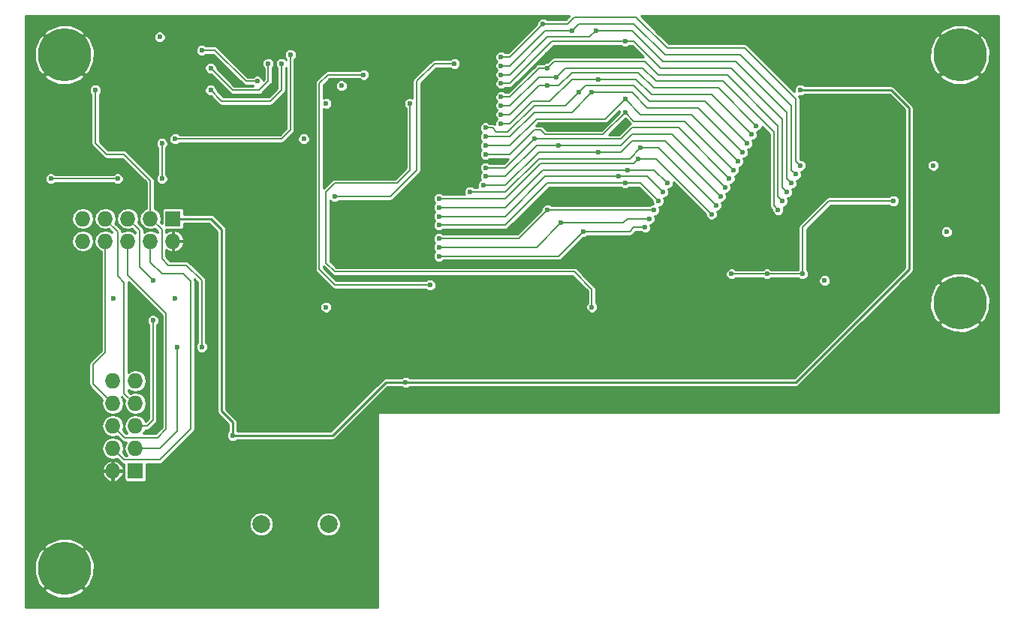
<source format=gbr>
G04 #@! TF.FileFunction,Copper,L2,Inr,Signal*
%FSLAX46Y46*%
G04 Gerber Fmt 4.6, Leading zero omitted, Abs format (unit mm)*
G04 Created by KiCad (PCBNEW 4.0.5+dfsg1-4) date Wed Jan 10 10:44:42 2018*
%MOMM*%
%LPD*%
G01*
G04 APERTURE LIST*
%ADD10C,0.100000*%
%ADD11C,2.000000*%
%ADD12C,6.000000*%
%ADD13R,1.727200X1.727200*%
%ADD14O,1.727200X1.727200*%
%ADD15C,0.600000*%
%ADD16C,0.250000*%
%ADD17C,0.200000*%
%ADD18C,0.254000*%
G04 APERTURE END LIST*
D10*
D11*
X100200000Y-114000000D03*
X107800000Y-114000000D03*
D12*
X179000000Y-61000000D03*
X179000000Y-89000000D03*
X78000000Y-61000000D03*
X78000000Y-119000000D03*
D13*
X90250000Y-79500000D03*
D14*
X90250000Y-82040000D03*
X87710000Y-79500000D03*
X87710000Y-82040000D03*
X85170000Y-79500000D03*
X85170000Y-82040000D03*
X82630000Y-79500000D03*
X82630000Y-82040000D03*
X80090000Y-79500000D03*
X80090000Y-82040000D03*
D13*
X86000000Y-108000000D03*
D14*
X83460000Y-108000000D03*
X86000000Y-105460000D03*
X83460000Y-105460000D03*
X86000000Y-102920000D03*
X83460000Y-102920000D03*
X86000000Y-100380000D03*
X83460000Y-100380000D03*
X86000000Y-97840000D03*
X83460000Y-97840000D03*
D15*
X90500000Y-88500000D03*
X83500000Y-88500000D03*
X107500000Y-89500000D03*
X163750000Y-86500000D03*
X177500000Y-81000000D03*
X109250000Y-64500000D03*
X107500000Y-66500000D03*
X105000000Y-70500000D03*
X176000000Y-73500000D03*
X88750000Y-59000000D03*
X160500000Y-58750000D03*
X74000000Y-105500000D03*
X95500000Y-105500000D03*
X167000000Y-62250000D03*
X163000000Y-77500000D03*
X82750000Y-58250000D03*
X99750000Y-57000000D03*
X97500000Y-79000000D03*
X101000000Y-69000000D03*
X101000000Y-67000000D03*
X101000000Y-65250000D03*
X109000000Y-62500000D03*
X77750000Y-73000000D03*
X113000000Y-87750000D03*
X114500000Y-94750000D03*
X124500000Y-95500000D03*
X129000000Y-95500000D03*
X133500000Y-95500000D03*
X118500000Y-95750000D03*
X150500000Y-86250000D03*
X148250000Y-86250000D03*
X112000000Y-70000000D03*
X114750000Y-65500000D03*
X132500000Y-61000000D03*
X141250000Y-61000000D03*
X132500000Y-69000000D03*
X141250000Y-69000000D03*
X132500000Y-77000000D03*
X141500000Y-77000000D03*
X140500000Y-86750000D03*
X145500000Y-85500000D03*
X161000000Y-65000000D03*
X116500000Y-98000000D03*
X97000000Y-104000000D03*
X88000000Y-91000000D03*
X88000000Y-86500000D03*
X161000000Y-73500000D03*
X132000000Y-57500000D03*
X127250000Y-61250000D03*
X160500000Y-74500000D03*
X127250000Y-62250000D03*
X135250000Y-58250000D03*
X160000000Y-75500000D03*
X127250000Y-63250000D03*
X138000000Y-58250000D03*
X159500000Y-76500000D03*
X127250000Y-64250000D03*
X141250000Y-59500000D03*
X159000000Y-77500000D03*
X127250000Y-65750000D03*
X132500000Y-62500000D03*
X158500000Y-78500000D03*
X127250000Y-66750000D03*
X133500000Y-63500000D03*
X156000000Y-69000000D03*
X127250000Y-67750000D03*
X132500000Y-64500000D03*
X155500000Y-70000000D03*
X127250000Y-68750000D03*
X138250000Y-63750000D03*
X125500000Y-69250000D03*
X136000000Y-65250000D03*
X155000000Y-71000000D03*
X125500000Y-70250000D03*
X137500000Y-65250000D03*
X154500000Y-72000000D03*
X125500000Y-71250000D03*
X141250000Y-66000000D03*
X154000000Y-73000000D03*
X125500000Y-72250000D03*
X141250000Y-67500000D03*
X153500000Y-74000000D03*
X125500000Y-73750000D03*
X131000000Y-70500000D03*
X153000000Y-75000000D03*
X125500000Y-74750000D03*
X133750000Y-71250000D03*
X152500000Y-76000000D03*
X125250000Y-75750000D03*
X138250000Y-72000000D03*
X152000000Y-77000000D03*
X123750000Y-76500000D03*
X151500000Y-78000000D03*
X143000000Y-71500000D03*
X151000000Y-79000000D03*
X120250000Y-77250000D03*
X142750000Y-72750000D03*
X146000000Y-75500000D03*
X120250000Y-78250000D03*
X141500000Y-74000000D03*
X145500000Y-76500000D03*
X120250000Y-79250000D03*
X140500000Y-74750000D03*
X145000000Y-77500000D03*
X120250000Y-80250000D03*
X141250000Y-75500000D03*
X144500000Y-78500000D03*
X120250000Y-81750000D03*
X132500000Y-78500000D03*
X144000000Y-79500000D03*
X120250000Y-82750000D03*
X134000000Y-80000000D03*
X136500000Y-81000000D03*
X143500000Y-80500000D03*
X120250000Y-83750000D03*
X89000000Y-71000000D03*
X89000000Y-75000000D03*
X171500000Y-77500000D03*
X153250000Y-85750000D03*
X161250000Y-85750000D03*
X157250000Y-85750000D03*
X81500000Y-65000000D03*
X93500000Y-94000000D03*
X90750000Y-94000000D03*
X84000000Y-75000000D03*
X76500000Y-75000000D03*
X103500000Y-61000000D03*
X90500000Y-70500000D03*
X117000000Y-66500000D03*
X137500000Y-89500000D03*
X102500000Y-62000000D03*
X94500000Y-65000000D03*
X101000000Y-62000000D03*
X94500000Y-62500000D03*
X99750000Y-64000000D03*
X93500000Y-60500000D03*
X122000000Y-62000000D03*
X108500000Y-77000000D03*
X119250000Y-87000000D03*
X111750000Y-63250000D03*
D16*
X116500000Y-98000000D02*
X160500000Y-98000000D01*
X171250000Y-65000000D02*
X161000000Y-65000000D01*
X173250000Y-67000000D02*
X171250000Y-65000000D01*
X173250000Y-85250000D02*
X173250000Y-67000000D01*
X160500000Y-98000000D02*
X173250000Y-85250000D01*
X97000000Y-104000000D02*
X108250000Y-104000000D01*
X114250000Y-98000000D02*
X116500000Y-98000000D01*
X108250000Y-104000000D02*
X114250000Y-98000000D01*
X97000000Y-104000000D02*
X97000000Y-102500000D01*
X94500000Y-79500000D02*
X90250000Y-79500000D01*
X95750000Y-80750000D02*
X94500000Y-79500000D01*
X95750000Y-101250000D02*
X95750000Y-80750000D01*
X97000000Y-102500000D02*
X95750000Y-101250000D01*
D17*
X88000000Y-86500000D02*
X86500000Y-85000000D01*
X87330000Y-102920000D02*
X88000000Y-102250000D01*
X88000000Y-102250000D02*
X88000000Y-91000000D01*
X86000000Y-102920000D02*
X87330000Y-102920000D01*
X86500000Y-80830000D02*
X85170000Y-79500000D01*
X86500000Y-85000000D02*
X86500000Y-80830000D01*
X85170000Y-79500000D02*
X85250000Y-79500000D01*
X154750000Y-60250000D02*
X160500000Y-66000000D01*
X160500000Y-66000000D02*
X160500000Y-73000000D01*
X160500000Y-73000000D02*
X161000000Y-73500000D01*
X134750000Y-57500000D02*
X132000000Y-57500000D01*
X142500000Y-56750000D02*
X135500000Y-56750000D01*
X146000000Y-60250000D02*
X142500000Y-56750000D01*
X135500000Y-56750000D02*
X134750000Y-57500000D01*
X146000000Y-60250000D02*
X154750000Y-60250000D01*
X127250000Y-61250000D02*
X128250000Y-61250000D01*
X128250000Y-61250000D02*
X132000000Y-57500000D01*
X154250000Y-61000000D02*
X160000000Y-66750000D01*
X160000000Y-66750000D02*
X160000000Y-74000000D01*
X160000000Y-74000000D02*
X160500000Y-74500000D01*
X136000000Y-57500000D02*
X135250000Y-58250000D01*
X142250000Y-57500000D02*
X136000000Y-57500000D01*
X145750000Y-61000000D02*
X142250000Y-57500000D01*
X145750000Y-61000000D02*
X154250000Y-61000000D01*
X127250000Y-62250000D02*
X128250000Y-62250000D01*
X132250000Y-58250000D02*
X135250000Y-58250000D01*
X128250000Y-62250000D02*
X132250000Y-58250000D01*
X145500000Y-61750000D02*
X153750000Y-61750000D01*
X138000000Y-58250000D02*
X142000000Y-58250000D01*
X145500000Y-61750000D02*
X142000000Y-58250000D01*
X159500000Y-75000000D02*
X160000000Y-75500000D01*
X159500000Y-67500000D02*
X159500000Y-75000000D01*
X153750000Y-61750000D02*
X159500000Y-67500000D01*
X127250000Y-63250000D02*
X128250000Y-63250000D01*
X137250000Y-59000000D02*
X138000000Y-58250000D01*
X132500000Y-59000000D02*
X137250000Y-59000000D01*
X128250000Y-63250000D02*
X132500000Y-59000000D01*
X145250000Y-62500000D02*
X153250000Y-62500000D01*
X145250000Y-62500000D02*
X142250000Y-59500000D01*
X141250000Y-59500000D02*
X142250000Y-59500000D01*
X159000000Y-76000000D02*
X159500000Y-76500000D01*
X159000000Y-68250000D02*
X159000000Y-76000000D01*
X153250000Y-62500000D02*
X159000000Y-68250000D01*
X127250000Y-64250000D02*
X128250000Y-64250000D01*
X141250000Y-59500000D02*
X133000000Y-59500000D01*
X128250000Y-64250000D02*
X133000000Y-59500000D01*
X152750000Y-63250000D02*
X158500000Y-69000000D01*
X158500000Y-69000000D02*
X158500000Y-77000000D01*
X158500000Y-77000000D02*
X159000000Y-77500000D01*
X133250000Y-61750000D02*
X132500000Y-62500000D01*
X143500000Y-61750000D02*
X133250000Y-61750000D01*
X145000000Y-63250000D02*
X143500000Y-61750000D01*
X145000000Y-63250000D02*
X152750000Y-63250000D01*
X127250000Y-65750000D02*
X128250000Y-65750000D01*
X131500000Y-62500000D02*
X132500000Y-62500000D01*
X128250000Y-65750000D02*
X131500000Y-62500000D01*
X158500000Y-78500000D02*
X158000000Y-78000000D01*
X133500000Y-63500000D02*
X134500000Y-62500000D01*
X143250000Y-62500000D02*
X134500000Y-62500000D01*
X144750000Y-64000000D02*
X143250000Y-62500000D01*
X152250000Y-64000000D02*
X144750000Y-64000000D01*
X158000000Y-69750000D02*
X152250000Y-64000000D01*
X158000000Y-78000000D02*
X158000000Y-69750000D01*
X127250000Y-66750000D02*
X128250000Y-66750000D01*
X128250000Y-66750000D02*
X131500000Y-63500000D01*
X133500000Y-63500000D02*
X131500000Y-63500000D01*
X151750000Y-64750000D02*
X156000000Y-69000000D01*
X133750000Y-64500000D02*
X132500000Y-64500000D01*
X135250000Y-63000000D02*
X133750000Y-64500000D01*
X142750000Y-63000000D02*
X135250000Y-63000000D01*
X144500000Y-64750000D02*
X142750000Y-63000000D01*
X144500000Y-64750000D02*
X151750000Y-64750000D01*
X127250000Y-67750000D02*
X128250000Y-67750000D01*
X131500000Y-64500000D02*
X132500000Y-64500000D01*
X128250000Y-67750000D02*
X131500000Y-64500000D01*
X151000000Y-65500000D02*
X155500000Y-70000000D01*
X142500000Y-63750000D02*
X138250000Y-63750000D01*
X144250000Y-65500000D02*
X142500000Y-63750000D01*
X144250000Y-65500000D02*
X151000000Y-65500000D01*
X127250000Y-68750000D02*
X128250000Y-68750000D01*
X130750000Y-66250000D02*
X132750000Y-66250000D01*
X128250000Y-68750000D02*
X130750000Y-66250000D01*
X138250000Y-63750000D02*
X135250000Y-63750000D01*
X135250000Y-63750000D02*
X132750000Y-66250000D01*
X125500000Y-69250000D02*
X126250000Y-69250000D01*
X126750000Y-69750000D02*
X128000000Y-69750000D01*
X126250000Y-69250000D02*
X126750000Y-69750000D01*
X136750000Y-64500000D02*
X136000000Y-65250000D01*
X142250000Y-64500000D02*
X136750000Y-64500000D01*
X131000000Y-66750000D02*
X134500000Y-66750000D01*
X128000000Y-69750000D02*
X131000000Y-66750000D01*
X134500000Y-66750000D02*
X136000000Y-65250000D01*
X150250000Y-66250000D02*
X155000000Y-71000000D01*
X144000000Y-66250000D02*
X142250000Y-64500000D01*
X144000000Y-66250000D02*
X150250000Y-66250000D01*
X125500000Y-70250000D02*
X128250000Y-70250000D01*
X131000000Y-67500000D02*
X135250000Y-67500000D01*
X128250000Y-70250000D02*
X131000000Y-67500000D01*
X142000000Y-65250000D02*
X137500000Y-65250000D01*
X137500000Y-65250000D02*
X135250000Y-67500000D01*
X143750000Y-67000000D02*
X142000000Y-65250000D01*
X143750000Y-67000000D02*
X149500000Y-67000000D01*
X149500000Y-67000000D02*
X154500000Y-72000000D01*
X128250000Y-71250000D02*
X131250000Y-68250000D01*
X125500000Y-71250000D02*
X128250000Y-71250000D01*
X131250000Y-68250000D02*
X139000000Y-68250000D01*
X139000000Y-68250000D02*
X141250000Y-66000000D01*
X143000000Y-67750000D02*
X141250000Y-66000000D01*
X143000000Y-67750000D02*
X148750000Y-67750000D01*
X148750000Y-67750000D02*
X154000000Y-73000000D01*
X125500000Y-72250000D02*
X128250000Y-72250000D01*
X131000000Y-69500000D02*
X131750000Y-69500000D01*
X128250000Y-72250000D02*
X131000000Y-69500000D01*
X132250000Y-70000000D02*
X138750000Y-70000000D01*
X131750000Y-69500000D02*
X132250000Y-70000000D01*
X141250000Y-67500000D02*
X142250000Y-68500000D01*
X141250000Y-67500000D02*
X138750000Y-70000000D01*
X142250000Y-68500000D02*
X148000000Y-68500000D01*
X148000000Y-68500000D02*
X153500000Y-74000000D01*
X140750000Y-70500000D02*
X131000000Y-70500000D01*
X125500000Y-73750000D02*
X127750000Y-73750000D01*
X127750000Y-73750000D02*
X131000000Y-70500000D01*
X142000000Y-69250000D02*
X140750000Y-70500000D01*
X142000000Y-69250000D02*
X147250000Y-69250000D01*
X147250000Y-69250000D02*
X153000000Y-75000000D01*
X125500000Y-74750000D02*
X127750000Y-74750000D01*
X127750000Y-74750000D02*
X131250000Y-71250000D01*
X131250000Y-71250000D02*
X133750000Y-71250000D01*
X140750000Y-71250000D02*
X133750000Y-71250000D01*
X146500000Y-70000000D02*
X152500000Y-76000000D01*
X142000000Y-70000000D02*
X140750000Y-71250000D01*
X142000000Y-70000000D02*
X146500000Y-70000000D01*
X125250000Y-75750000D02*
X127750000Y-75750000D01*
X131500000Y-72000000D02*
X138250000Y-72000000D01*
X127750000Y-75750000D02*
X131500000Y-72000000D01*
X140750000Y-72000000D02*
X138250000Y-72000000D01*
X142000000Y-70750000D02*
X140750000Y-72000000D01*
X142000000Y-70750000D02*
X145750000Y-70750000D01*
X145750000Y-70750000D02*
X152000000Y-77000000D01*
X123750000Y-76500000D02*
X127750000Y-76500000D01*
X131500000Y-72750000D02*
X141750000Y-72750000D01*
X127750000Y-76500000D02*
X131500000Y-72750000D01*
X145000000Y-71500000D02*
X151500000Y-78000000D01*
X145000000Y-71500000D02*
X143000000Y-71500000D01*
X141750000Y-72750000D02*
X143000000Y-71500000D01*
X144750000Y-72750000D02*
X151000000Y-79000000D01*
X144750000Y-72750000D02*
X142750000Y-72750000D01*
X142250000Y-73250000D02*
X131750000Y-73250000D01*
X127750000Y-77250000D02*
X131750000Y-73250000D01*
X120250000Y-77250000D02*
X127750000Y-77250000D01*
X142750000Y-72750000D02*
X142250000Y-73250000D01*
X144500000Y-74000000D02*
X141500000Y-74000000D01*
X146000000Y-75500000D02*
X144500000Y-74000000D01*
X141500000Y-74000000D02*
X132000000Y-74000000D01*
X127750000Y-78250000D02*
X120250000Y-78250000D01*
X132000000Y-74000000D02*
X127750000Y-78250000D01*
X143750000Y-74750000D02*
X145500000Y-76500000D01*
X143750000Y-74750000D02*
X140500000Y-74750000D01*
X140500000Y-74750000D02*
X132250000Y-74750000D01*
X127750000Y-79250000D02*
X120250000Y-79250000D01*
X132250000Y-74750000D02*
X127750000Y-79250000D01*
X143000000Y-75500000D02*
X145000000Y-77500000D01*
X143000000Y-75500000D02*
X141250000Y-75500000D01*
X141250000Y-75500000D02*
X132500000Y-75500000D01*
X127750000Y-80250000D02*
X120250000Y-80250000D01*
X132500000Y-75500000D02*
X127750000Y-80250000D01*
X132500000Y-78500000D02*
X144500000Y-78500000D01*
X132500000Y-78500000D02*
X129250000Y-81750000D01*
X120250000Y-81750000D02*
X129250000Y-81750000D01*
X141000000Y-80000000D02*
X134000000Y-80000000D01*
X141500000Y-79500000D02*
X141000000Y-80000000D01*
X144000000Y-79500000D02*
X141500000Y-79500000D01*
X134000000Y-80000000D02*
X131250000Y-82750000D01*
X131250000Y-82750000D02*
X120250000Y-82750000D01*
X142250000Y-80500000D02*
X141750000Y-81000000D01*
X141750000Y-81000000D02*
X136500000Y-81000000D01*
X136500000Y-81000000D02*
X133750000Y-83750000D01*
X120250000Y-83750000D02*
X133750000Y-83750000D01*
X143500000Y-80500000D02*
X142250000Y-80500000D01*
X89000000Y-75000000D02*
X89000000Y-71000000D01*
X87710000Y-82040000D02*
X87710000Y-84460000D01*
X84750000Y-106750000D02*
X88750000Y-106750000D01*
X88750000Y-106750000D02*
X92250000Y-103250000D01*
X92250000Y-103250000D02*
X92250000Y-86580000D01*
X84750000Y-106750000D02*
X83460000Y-105460000D01*
X91420000Y-85750000D02*
X92250000Y-86580000D01*
X89000000Y-85750000D02*
X91420000Y-85750000D01*
X87710000Y-84460000D02*
X89000000Y-85750000D01*
X82630000Y-79500000D02*
X82630000Y-79630000D01*
X82630000Y-79630000D02*
X84000000Y-81000000D01*
X84000000Y-81000000D02*
X84000000Y-86000000D01*
X84000000Y-86000000D02*
X84750000Y-86750000D01*
X86000000Y-100380000D02*
X85880000Y-100380000D01*
X85880000Y-100380000D02*
X84750000Y-99250000D01*
X84750000Y-99250000D02*
X84750000Y-86750000D01*
X161250000Y-85750000D02*
X161250000Y-80500000D01*
X165500000Y-77500000D02*
X171500000Y-77500000D01*
X164250000Y-77500000D02*
X165500000Y-77500000D01*
X161250000Y-80500000D02*
X164250000Y-77500000D01*
X157250000Y-85750000D02*
X153250000Y-85750000D01*
X157250000Y-85750000D02*
X161250000Y-85750000D01*
X87710000Y-75210000D02*
X84750000Y-72250000D01*
X84750000Y-72250000D02*
X82750000Y-72250000D01*
X82750000Y-72250000D02*
X81500000Y-71000000D01*
X81500000Y-71000000D02*
X81500000Y-65000000D01*
X87710000Y-75210000D02*
X87710000Y-79500000D01*
X93500000Y-86500000D02*
X93500000Y-94000000D01*
X91750000Y-84750000D02*
X93500000Y-86500000D01*
X89750000Y-84750000D02*
X91750000Y-84750000D01*
X89000000Y-84000000D02*
X89750000Y-84750000D01*
X89000000Y-80750000D02*
X89000000Y-84000000D01*
X87750000Y-79500000D02*
X89000000Y-80750000D01*
X88790000Y-105460000D02*
X90750000Y-103500000D01*
X90750000Y-103500000D02*
X90750000Y-94000000D01*
X88790000Y-105460000D02*
X86000000Y-105460000D01*
X87710000Y-79500000D02*
X87750000Y-79500000D01*
X82630000Y-82040000D02*
X82630000Y-94620000D01*
X81250000Y-98170000D02*
X83460000Y-100380000D01*
X81250000Y-96000000D02*
X81250000Y-98170000D01*
X82630000Y-94620000D02*
X81250000Y-96000000D01*
X84000000Y-75000000D02*
X76500000Y-75000000D01*
X85170000Y-82040000D02*
X85170000Y-85920000D01*
X84790000Y-104250000D02*
X83460000Y-102920000D01*
X88500000Y-104250000D02*
X84790000Y-104250000D01*
X89500000Y-103250000D02*
X88500000Y-104250000D01*
X89500000Y-90250000D02*
X89500000Y-103250000D01*
X85170000Y-85920000D02*
X89500000Y-90250000D01*
X103500000Y-61000000D02*
X103500000Y-69500000D01*
X102500000Y-70500000D02*
X90500000Y-70500000D01*
X103500000Y-69500000D02*
X102500000Y-70500000D01*
X137500000Y-89500000D02*
X137500000Y-87500000D01*
X117000000Y-74000000D02*
X117000000Y-66500000D01*
X115500000Y-75500000D02*
X117000000Y-74000000D01*
X108500000Y-75500000D02*
X115500000Y-75500000D01*
X107500000Y-76500000D02*
X108500000Y-75500000D01*
X107500000Y-84500000D02*
X107500000Y-76500000D01*
X108500000Y-85500000D02*
X107500000Y-84500000D01*
X135500000Y-85500000D02*
X108500000Y-85500000D01*
X137500000Y-87500000D02*
X135500000Y-85500000D01*
X102500000Y-62000000D02*
X102500000Y-65000000D01*
X95750000Y-66250000D02*
X94500000Y-65000000D01*
X101250000Y-66250000D02*
X95750000Y-66250000D01*
X102500000Y-65000000D02*
X101250000Y-66250000D01*
X101000000Y-62000000D02*
X101000000Y-64000000D01*
X97000000Y-65000000D02*
X94500000Y-62500000D01*
X100000000Y-65000000D02*
X97000000Y-65000000D01*
X101000000Y-64000000D02*
X100000000Y-65000000D01*
X99750000Y-64000000D02*
X98500000Y-64000000D01*
X95000000Y-60500000D02*
X93500000Y-60500000D01*
X98500000Y-64000000D02*
X95000000Y-60500000D01*
X108500000Y-77000000D02*
X114750000Y-77000000D01*
X119750000Y-62000000D02*
X122000000Y-62000000D01*
X117750000Y-64000000D02*
X119750000Y-62000000D01*
X117750000Y-74000000D02*
X117750000Y-64000000D01*
X114750000Y-77000000D02*
X117750000Y-74000000D01*
X106750000Y-64250000D02*
X107750000Y-63250000D01*
X106750000Y-64250000D02*
X106750000Y-85250000D01*
X106750000Y-85250000D02*
X108500000Y-87000000D01*
X108500000Y-87000000D02*
X109250000Y-87000000D01*
X109250000Y-87000000D02*
X119250000Y-87000000D01*
X107750000Y-63250000D02*
X111750000Y-63250000D01*
D18*
G36*
X134550764Y-57019000D02*
X132482079Y-57019000D01*
X132386259Y-56923013D01*
X132136054Y-56819118D01*
X131865135Y-56818882D01*
X131614748Y-56922339D01*
X131423013Y-57113741D01*
X131319118Y-57363946D01*
X131318999Y-57500765D01*
X128050764Y-60769000D01*
X127732079Y-60769000D01*
X127636259Y-60673013D01*
X127386054Y-60569118D01*
X127115135Y-60568882D01*
X126864748Y-60672339D01*
X126673013Y-60863741D01*
X126569118Y-61113946D01*
X126568882Y-61384865D01*
X126672339Y-61635252D01*
X126786920Y-61750032D01*
X126673013Y-61863741D01*
X126569118Y-62113946D01*
X126568882Y-62384865D01*
X126672339Y-62635252D01*
X126786920Y-62750032D01*
X126673013Y-62863741D01*
X126569118Y-63113946D01*
X126568882Y-63384865D01*
X126672339Y-63635252D01*
X126786920Y-63750032D01*
X126673013Y-63863741D01*
X126569118Y-64113946D01*
X126568882Y-64384865D01*
X126672339Y-64635252D01*
X126863741Y-64826987D01*
X127113946Y-64930882D01*
X127384865Y-64931118D01*
X127635252Y-64827661D01*
X127732081Y-64731000D01*
X128250000Y-64731000D01*
X128434071Y-64694386D01*
X128590118Y-64590118D01*
X133199237Y-59981000D01*
X140767921Y-59981000D01*
X140863741Y-60076987D01*
X141113946Y-60180882D01*
X141384865Y-60181118D01*
X141635252Y-60077661D01*
X141732081Y-59981000D01*
X142050764Y-59981000D01*
X143338764Y-61269000D01*
X133250000Y-61269000D01*
X133065929Y-61305614D01*
X132909882Y-61409882D01*
X132500764Y-61819000D01*
X132365135Y-61818882D01*
X132114748Y-61922339D01*
X132017919Y-62019000D01*
X131500000Y-62019000D01*
X131315934Y-62055613D01*
X131315929Y-62055614D01*
X131159882Y-62159882D01*
X128050764Y-65269000D01*
X127732079Y-65269000D01*
X127636259Y-65173013D01*
X127386054Y-65069118D01*
X127115135Y-65068882D01*
X126864748Y-65172339D01*
X126673013Y-65363741D01*
X126569118Y-65613946D01*
X126568882Y-65884865D01*
X126672339Y-66135252D01*
X126786920Y-66250032D01*
X126673013Y-66363741D01*
X126569118Y-66613946D01*
X126568882Y-66884865D01*
X126672339Y-67135252D01*
X126786920Y-67250032D01*
X126673013Y-67363741D01*
X126569118Y-67613946D01*
X126568882Y-67884865D01*
X126672339Y-68135252D01*
X126786920Y-68250032D01*
X126673013Y-68363741D01*
X126569118Y-68613946D01*
X126568882Y-68884865D01*
X126575062Y-68899822D01*
X126434071Y-68805614D01*
X126250000Y-68769000D01*
X125982079Y-68769000D01*
X125886259Y-68673013D01*
X125636054Y-68569118D01*
X125365135Y-68568882D01*
X125114748Y-68672339D01*
X124923013Y-68863741D01*
X124819118Y-69113946D01*
X124818882Y-69384865D01*
X124922339Y-69635252D01*
X125036920Y-69750032D01*
X124923013Y-69863741D01*
X124819118Y-70113946D01*
X124818882Y-70384865D01*
X124922339Y-70635252D01*
X125036920Y-70750032D01*
X124923013Y-70863741D01*
X124819118Y-71113946D01*
X124818882Y-71384865D01*
X124922339Y-71635252D01*
X125036920Y-71750032D01*
X124923013Y-71863741D01*
X124819118Y-72113946D01*
X124818882Y-72384865D01*
X124922339Y-72635252D01*
X125113741Y-72826987D01*
X125363946Y-72930882D01*
X125634865Y-72931118D01*
X125885252Y-72827661D01*
X125982081Y-72731000D01*
X128088764Y-72731000D01*
X127550764Y-73269000D01*
X125982079Y-73269000D01*
X125886259Y-73173013D01*
X125636054Y-73069118D01*
X125365135Y-73068882D01*
X125114748Y-73172339D01*
X124923013Y-73363741D01*
X124819118Y-73613946D01*
X124818882Y-73884865D01*
X124922339Y-74135252D01*
X125036920Y-74250032D01*
X124923013Y-74363741D01*
X124819118Y-74613946D01*
X124818882Y-74884865D01*
X124922339Y-75135252D01*
X124931732Y-75144662D01*
X124864748Y-75172339D01*
X124673013Y-75363741D01*
X124569118Y-75613946D01*
X124568882Y-75884865D01*
X124624305Y-76019000D01*
X124232079Y-76019000D01*
X124136259Y-75923013D01*
X123886054Y-75819118D01*
X123615135Y-75818882D01*
X123364748Y-75922339D01*
X123173013Y-76113741D01*
X123069118Y-76363946D01*
X123068882Y-76634865D01*
X123124305Y-76769000D01*
X120732079Y-76769000D01*
X120636259Y-76673013D01*
X120386054Y-76569118D01*
X120115135Y-76568882D01*
X119864748Y-76672339D01*
X119673013Y-76863741D01*
X119569118Y-77113946D01*
X119568882Y-77384865D01*
X119672339Y-77635252D01*
X119786920Y-77750032D01*
X119673013Y-77863741D01*
X119569118Y-78113946D01*
X119568882Y-78384865D01*
X119672339Y-78635252D01*
X119786920Y-78750032D01*
X119673013Y-78863741D01*
X119569118Y-79113946D01*
X119568882Y-79384865D01*
X119672339Y-79635252D01*
X119786920Y-79750032D01*
X119673013Y-79863741D01*
X119569118Y-80113946D01*
X119568882Y-80384865D01*
X119672339Y-80635252D01*
X119863741Y-80826987D01*
X120113946Y-80930882D01*
X120384865Y-80931118D01*
X120635252Y-80827661D01*
X120732081Y-80731000D01*
X127750000Y-80731000D01*
X127934071Y-80694386D01*
X128090118Y-80590118D01*
X132699237Y-75981000D01*
X140767921Y-75981000D01*
X140863741Y-76076987D01*
X141113946Y-76180882D01*
X141384865Y-76181118D01*
X141635252Y-76077661D01*
X141732081Y-75981000D01*
X142800764Y-75981000D01*
X144319000Y-77499236D01*
X144318882Y-77634865D01*
X144394926Y-77818908D01*
X144365135Y-77818882D01*
X144114748Y-77922339D01*
X144017919Y-78019000D01*
X132982079Y-78019000D01*
X132886259Y-77923013D01*
X132636054Y-77819118D01*
X132365135Y-77818882D01*
X132114748Y-77922339D01*
X131923013Y-78113741D01*
X131819118Y-78363946D01*
X131818999Y-78500765D01*
X129050764Y-81269000D01*
X120732079Y-81269000D01*
X120636259Y-81173013D01*
X120386054Y-81069118D01*
X120115135Y-81068882D01*
X119864748Y-81172339D01*
X119673013Y-81363741D01*
X119569118Y-81613946D01*
X119568882Y-81884865D01*
X119672339Y-82135252D01*
X119786920Y-82250032D01*
X119673013Y-82363741D01*
X119569118Y-82613946D01*
X119568882Y-82884865D01*
X119672339Y-83135252D01*
X119786920Y-83250032D01*
X119673013Y-83363741D01*
X119569118Y-83613946D01*
X119568882Y-83884865D01*
X119672339Y-84135252D01*
X119863741Y-84326987D01*
X120113946Y-84430882D01*
X120384865Y-84431118D01*
X120635252Y-84327661D01*
X120732081Y-84231000D01*
X133750000Y-84231000D01*
X133934071Y-84194386D01*
X134090118Y-84090118D01*
X136499237Y-81681000D01*
X136634865Y-81681118D01*
X136885252Y-81577661D01*
X136982081Y-81481000D01*
X141750000Y-81481000D01*
X141934071Y-81444386D01*
X142090118Y-81340118D01*
X142449237Y-80981000D01*
X143017921Y-80981000D01*
X143113741Y-81076987D01*
X143363946Y-81180882D01*
X143634865Y-81181118D01*
X143885252Y-81077661D01*
X144076987Y-80886259D01*
X144180882Y-80636054D01*
X144181118Y-80365135D01*
X144105074Y-80181092D01*
X144134865Y-80181118D01*
X144385252Y-80077661D01*
X144576987Y-79886259D01*
X144680882Y-79636054D01*
X144681118Y-79365135D01*
X144605074Y-79181092D01*
X144634865Y-79181118D01*
X144885252Y-79077661D01*
X145076987Y-78886259D01*
X145180882Y-78636054D01*
X145181118Y-78365135D01*
X145105074Y-78181092D01*
X145134865Y-78181118D01*
X145385252Y-78077661D01*
X145576987Y-77886259D01*
X145680882Y-77636054D01*
X145681118Y-77365135D01*
X145605074Y-77181092D01*
X145634865Y-77181118D01*
X145885252Y-77077661D01*
X146076987Y-76886259D01*
X146180882Y-76636054D01*
X146181118Y-76365135D01*
X146105074Y-76181092D01*
X146134865Y-76181118D01*
X146385252Y-76077661D01*
X146576987Y-75886259D01*
X146680882Y-75636054D01*
X146681118Y-75365135D01*
X146678456Y-75358692D01*
X150319000Y-78999237D01*
X150318882Y-79134865D01*
X150422339Y-79385252D01*
X150613741Y-79576987D01*
X150863946Y-79680882D01*
X151134865Y-79681118D01*
X151385252Y-79577661D01*
X151576987Y-79386259D01*
X151680882Y-79136054D01*
X151681118Y-78865135D01*
X151605074Y-78681092D01*
X151634865Y-78681118D01*
X151885252Y-78577661D01*
X152076987Y-78386259D01*
X152180882Y-78136054D01*
X152181118Y-77865135D01*
X152105074Y-77681092D01*
X152134865Y-77681118D01*
X152385252Y-77577661D01*
X152576987Y-77386259D01*
X152680882Y-77136054D01*
X152681118Y-76865135D01*
X152605074Y-76681092D01*
X152634865Y-76681118D01*
X152885252Y-76577661D01*
X153076987Y-76386259D01*
X153180882Y-76136054D01*
X153181118Y-75865135D01*
X153105074Y-75681092D01*
X153134865Y-75681118D01*
X153385252Y-75577661D01*
X153576987Y-75386259D01*
X153680882Y-75136054D01*
X153681118Y-74865135D01*
X153605074Y-74681092D01*
X153634865Y-74681118D01*
X153885252Y-74577661D01*
X154076987Y-74386259D01*
X154180882Y-74136054D01*
X154181118Y-73865135D01*
X154105074Y-73681092D01*
X154134865Y-73681118D01*
X154385252Y-73577661D01*
X154576987Y-73386259D01*
X154680882Y-73136054D01*
X154681118Y-72865135D01*
X154605074Y-72681092D01*
X154634865Y-72681118D01*
X154885252Y-72577661D01*
X155076987Y-72386259D01*
X155180882Y-72136054D01*
X155181118Y-71865135D01*
X155105074Y-71681092D01*
X155134865Y-71681118D01*
X155385252Y-71577661D01*
X155576987Y-71386259D01*
X155680882Y-71136054D01*
X155681118Y-70865135D01*
X155605074Y-70681092D01*
X155634865Y-70681118D01*
X155885252Y-70577661D01*
X156076987Y-70386259D01*
X156180882Y-70136054D01*
X156181118Y-69865135D01*
X156105074Y-69681092D01*
X156134865Y-69681118D01*
X156385252Y-69577661D01*
X156576987Y-69386259D01*
X156680882Y-69136054D01*
X156680904Y-69111140D01*
X157519000Y-69949236D01*
X157519000Y-78000000D01*
X157546063Y-78136054D01*
X157555614Y-78184071D01*
X157659882Y-78340118D01*
X157819000Y-78499236D01*
X157818882Y-78634865D01*
X157922339Y-78885252D01*
X158113741Y-79076987D01*
X158363946Y-79180882D01*
X158634865Y-79181118D01*
X158885252Y-79077661D01*
X159076987Y-78886259D01*
X159180882Y-78636054D01*
X159181118Y-78365135D01*
X159105074Y-78181092D01*
X159134865Y-78181118D01*
X159385252Y-78077661D01*
X159576987Y-77886259D01*
X159680882Y-77636054D01*
X159681118Y-77365135D01*
X159605074Y-77181092D01*
X159634865Y-77181118D01*
X159885252Y-77077661D01*
X160076987Y-76886259D01*
X160180882Y-76636054D01*
X160181118Y-76365135D01*
X160105074Y-76181092D01*
X160134865Y-76181118D01*
X160385252Y-76077661D01*
X160576987Y-75886259D01*
X160680882Y-75636054D01*
X160681118Y-75365135D01*
X160605074Y-75181092D01*
X160634865Y-75181118D01*
X160885252Y-75077661D01*
X161076987Y-74886259D01*
X161180882Y-74636054D01*
X161181118Y-74365135D01*
X161105074Y-74181092D01*
X161134865Y-74181118D01*
X161385252Y-74077661D01*
X161576987Y-73886259D01*
X161680882Y-73636054D01*
X161681118Y-73365135D01*
X161577661Y-73114748D01*
X161386259Y-72923013D01*
X161136054Y-72819118D01*
X160999235Y-72818999D01*
X160981000Y-72800764D01*
X160981000Y-66000000D01*
X160944386Y-65815929D01*
X160850388Y-65675252D01*
X160863946Y-65680882D01*
X161134865Y-65681118D01*
X161385252Y-65577661D01*
X161457038Y-65506000D01*
X171040408Y-65506000D01*
X172744000Y-67209592D01*
X172744000Y-85040408D01*
X160290408Y-97494000D01*
X116957123Y-97494000D01*
X116886259Y-97423013D01*
X116636054Y-97319118D01*
X116365135Y-97318882D01*
X116114748Y-97422339D01*
X116042962Y-97494000D01*
X114250000Y-97494000D01*
X114056362Y-97532517D01*
X113892204Y-97642204D01*
X108040408Y-103494000D01*
X97506000Y-103494000D01*
X97506000Y-102500000D01*
X97467483Y-102306362D01*
X97357796Y-102142204D01*
X96256000Y-101040408D01*
X96256000Y-89634865D01*
X106818882Y-89634865D01*
X106922339Y-89885252D01*
X107113741Y-90076987D01*
X107363946Y-90180882D01*
X107634865Y-90181118D01*
X107885252Y-90077661D01*
X108076987Y-89886259D01*
X108180882Y-89636054D01*
X108181118Y-89365135D01*
X108077661Y-89114748D01*
X107886259Y-88923013D01*
X107636054Y-88819118D01*
X107365135Y-88818882D01*
X107114748Y-88922339D01*
X106923013Y-89113741D01*
X106819118Y-89363946D01*
X106818882Y-89634865D01*
X96256000Y-89634865D01*
X96256000Y-80750000D01*
X96217483Y-80556362D01*
X96107796Y-80392204D01*
X94857796Y-79142204D01*
X94693638Y-79032517D01*
X94500000Y-78994000D01*
X91502064Y-78994000D01*
X91502064Y-78636400D01*
X91475497Y-78495210D01*
X91392054Y-78365535D01*
X91264734Y-78278541D01*
X91113600Y-78247936D01*
X89386400Y-78247936D01*
X89245210Y-78274503D01*
X89115535Y-78357946D01*
X89028541Y-78485266D01*
X88997936Y-78636400D01*
X88997936Y-80067700D01*
X88887940Y-79957704D01*
X88978983Y-79500000D01*
X88884243Y-79023712D01*
X88614448Y-78619935D01*
X88210671Y-78350140D01*
X88191000Y-78346227D01*
X88191000Y-75210000D01*
X88154386Y-75025929D01*
X88050118Y-74869882D01*
X85090118Y-71909882D01*
X84934071Y-71805614D01*
X84750000Y-71769000D01*
X82949236Y-71769000D01*
X82315101Y-71134865D01*
X88318882Y-71134865D01*
X88422339Y-71385252D01*
X88519000Y-71482081D01*
X88519000Y-74517921D01*
X88423013Y-74613741D01*
X88319118Y-74863946D01*
X88318882Y-75134865D01*
X88422339Y-75385252D01*
X88613741Y-75576987D01*
X88863946Y-75680882D01*
X89134865Y-75681118D01*
X89385252Y-75577661D01*
X89576987Y-75386259D01*
X89680882Y-75136054D01*
X89681118Y-74865135D01*
X89577661Y-74614748D01*
X89481000Y-74517919D01*
X89481000Y-71482079D01*
X89576987Y-71386259D01*
X89680882Y-71136054D01*
X89681118Y-70865135D01*
X89585974Y-70634865D01*
X89818882Y-70634865D01*
X89922339Y-70885252D01*
X90113741Y-71076987D01*
X90363946Y-71180882D01*
X90634865Y-71181118D01*
X90885252Y-71077661D01*
X90982081Y-70981000D01*
X102500000Y-70981000D01*
X102684071Y-70944386D01*
X102840118Y-70840118D01*
X103045371Y-70634865D01*
X104318882Y-70634865D01*
X104422339Y-70885252D01*
X104613741Y-71076987D01*
X104863946Y-71180882D01*
X105134865Y-71181118D01*
X105385252Y-71077661D01*
X105576987Y-70886259D01*
X105680882Y-70636054D01*
X105681118Y-70365135D01*
X105577661Y-70114748D01*
X105386259Y-69923013D01*
X105136054Y-69819118D01*
X104865135Y-69818882D01*
X104614748Y-69922339D01*
X104423013Y-70113741D01*
X104319118Y-70363946D01*
X104318882Y-70634865D01*
X103045371Y-70634865D01*
X103840119Y-69840118D01*
X103944387Y-69684070D01*
X103981000Y-69500000D01*
X103981000Y-64250000D01*
X106269000Y-64250000D01*
X106269000Y-85250000D01*
X106291825Y-85364748D01*
X106305614Y-85434071D01*
X106409882Y-85590118D01*
X108159882Y-87340119D01*
X108227429Y-87385252D01*
X108315929Y-87444386D01*
X108500000Y-87481000D01*
X118767921Y-87481000D01*
X118863741Y-87576987D01*
X119113946Y-87680882D01*
X119384865Y-87681118D01*
X119635252Y-87577661D01*
X119826987Y-87386259D01*
X119930882Y-87136054D01*
X119931118Y-86865135D01*
X119827661Y-86614748D01*
X119636259Y-86423013D01*
X119386054Y-86319118D01*
X119115135Y-86318882D01*
X118864748Y-86422339D01*
X118767919Y-86519000D01*
X108699237Y-86519000D01*
X107231000Y-85050764D01*
X107231000Y-84911236D01*
X108159882Y-85840119D01*
X108315930Y-85944387D01*
X108500000Y-85981000D01*
X135300764Y-85981000D01*
X137019000Y-87699236D01*
X137019000Y-89017921D01*
X136923013Y-89113741D01*
X136819118Y-89363946D01*
X136818882Y-89634865D01*
X136922339Y-89885252D01*
X137113741Y-90076987D01*
X137363946Y-90180882D01*
X137634865Y-90181118D01*
X137885252Y-90077661D01*
X138076987Y-89886259D01*
X138180882Y-89636054D01*
X138181118Y-89365135D01*
X138077661Y-89114748D01*
X137981000Y-89017919D01*
X137981000Y-87500000D01*
X137944386Y-87315929D01*
X137840118Y-87159882D01*
X137315101Y-86634865D01*
X163068882Y-86634865D01*
X163172339Y-86885252D01*
X163363741Y-87076987D01*
X163613946Y-87180882D01*
X163884865Y-87181118D01*
X164135252Y-87077661D01*
X164326987Y-86886259D01*
X164430882Y-86636054D01*
X164431118Y-86365135D01*
X164327661Y-86114748D01*
X164136259Y-85923013D01*
X163886054Y-85819118D01*
X163615135Y-85818882D01*
X163364748Y-85922339D01*
X163173013Y-86113741D01*
X163069118Y-86363946D01*
X163068882Y-86634865D01*
X137315101Y-86634865D01*
X136565101Y-85884865D01*
X152568882Y-85884865D01*
X152672339Y-86135252D01*
X152863741Y-86326987D01*
X153113946Y-86430882D01*
X153384865Y-86431118D01*
X153635252Y-86327661D01*
X153732081Y-86231000D01*
X156767921Y-86231000D01*
X156863741Y-86326987D01*
X157113946Y-86430882D01*
X157384865Y-86431118D01*
X157635252Y-86327661D01*
X157732081Y-86231000D01*
X160767921Y-86231000D01*
X160863741Y-86326987D01*
X161113946Y-86430882D01*
X161384865Y-86431118D01*
X161635252Y-86327661D01*
X161826987Y-86136259D01*
X161930882Y-85886054D01*
X161931118Y-85615135D01*
X161827661Y-85364748D01*
X161731000Y-85267919D01*
X161731000Y-80699236D01*
X164449237Y-77981000D01*
X171017921Y-77981000D01*
X171113741Y-78076987D01*
X171363946Y-78180882D01*
X171634865Y-78181118D01*
X171885252Y-78077661D01*
X172076987Y-77886259D01*
X172180882Y-77636054D01*
X172181118Y-77365135D01*
X172077661Y-77114748D01*
X171886259Y-76923013D01*
X171636054Y-76819118D01*
X171365135Y-76818882D01*
X171114748Y-76922339D01*
X171017919Y-77019000D01*
X164250000Y-77019000D01*
X164065929Y-77055614D01*
X164032934Y-77077661D01*
X163909882Y-77159881D01*
X160909883Y-80159881D01*
X160909882Y-80159882D01*
X160805614Y-80315929D01*
X160769000Y-80500000D01*
X160769000Y-85267921D01*
X160767919Y-85269000D01*
X157732079Y-85269000D01*
X157636259Y-85173013D01*
X157386054Y-85069118D01*
X157115135Y-85068882D01*
X156864748Y-85172339D01*
X156767919Y-85269000D01*
X153732079Y-85269000D01*
X153636259Y-85173013D01*
X153386054Y-85069118D01*
X153115135Y-85068882D01*
X152864748Y-85172339D01*
X152673013Y-85363741D01*
X152569118Y-85613946D01*
X152568882Y-85884865D01*
X136565101Y-85884865D01*
X135840118Y-85159882D01*
X135684071Y-85055614D01*
X135500000Y-85019000D01*
X108699237Y-85019000D01*
X107981000Y-84300764D01*
X107981000Y-77444015D01*
X108113741Y-77576987D01*
X108363946Y-77680882D01*
X108634865Y-77681118D01*
X108885252Y-77577661D01*
X108982081Y-77481000D01*
X114750000Y-77481000D01*
X114934071Y-77444386D01*
X115090118Y-77340118D01*
X118090119Y-74340118D01*
X118163029Y-74230999D01*
X118194386Y-74184071D01*
X118231000Y-74000000D01*
X118231000Y-64199236D01*
X119949236Y-62481000D01*
X121517921Y-62481000D01*
X121613741Y-62576987D01*
X121863946Y-62680882D01*
X122134865Y-62681118D01*
X122385252Y-62577661D01*
X122576987Y-62386259D01*
X122680882Y-62136054D01*
X122681118Y-61865135D01*
X122577661Y-61614748D01*
X122386259Y-61423013D01*
X122136054Y-61319118D01*
X121865135Y-61318882D01*
X121614748Y-61422339D01*
X121517919Y-61519000D01*
X119750000Y-61519000D01*
X119565929Y-61555614D01*
X119409882Y-61659882D01*
X117409882Y-63659882D01*
X117305614Y-63815929D01*
X117269000Y-64000000D01*
X117269000Y-65874322D01*
X117136054Y-65819118D01*
X116865135Y-65818882D01*
X116614748Y-65922339D01*
X116423013Y-66113741D01*
X116319118Y-66363946D01*
X116318882Y-66634865D01*
X116422339Y-66885252D01*
X116519000Y-66982081D01*
X116519000Y-73800763D01*
X115300764Y-75019000D01*
X108500000Y-75019000D01*
X108315930Y-75055613D01*
X108159882Y-75159881D01*
X107231000Y-76088764D01*
X107231000Y-67125678D01*
X107363946Y-67180882D01*
X107634865Y-67181118D01*
X107885252Y-67077661D01*
X108076987Y-66886259D01*
X108180882Y-66636054D01*
X108181118Y-66365135D01*
X108077661Y-66114748D01*
X107886259Y-65923013D01*
X107636054Y-65819118D01*
X107365135Y-65818882D01*
X107231000Y-65874305D01*
X107231000Y-64634865D01*
X108568882Y-64634865D01*
X108672339Y-64885252D01*
X108863741Y-65076987D01*
X109113946Y-65180882D01*
X109384865Y-65181118D01*
X109635252Y-65077661D01*
X109826987Y-64886259D01*
X109930882Y-64636054D01*
X109931118Y-64365135D01*
X109827661Y-64114748D01*
X109636259Y-63923013D01*
X109386054Y-63819118D01*
X109115135Y-63818882D01*
X108864748Y-63922339D01*
X108673013Y-64113741D01*
X108569118Y-64363946D01*
X108568882Y-64634865D01*
X107231000Y-64634865D01*
X107231000Y-64449236D01*
X107949237Y-63731000D01*
X111267921Y-63731000D01*
X111363741Y-63826987D01*
X111613946Y-63930882D01*
X111884865Y-63931118D01*
X112135252Y-63827661D01*
X112326987Y-63636259D01*
X112430882Y-63386054D01*
X112431118Y-63115135D01*
X112327661Y-62864748D01*
X112136259Y-62673013D01*
X111886054Y-62569118D01*
X111615135Y-62568882D01*
X111364748Y-62672339D01*
X111267919Y-62769000D01*
X107750000Y-62769000D01*
X107565930Y-62805613D01*
X107409882Y-62909881D01*
X106409882Y-63909882D01*
X106305614Y-64065929D01*
X106269000Y-64250000D01*
X103981000Y-64250000D01*
X103981000Y-61482079D01*
X104076987Y-61386259D01*
X104180882Y-61136054D01*
X104181118Y-60865135D01*
X104077661Y-60614748D01*
X103886259Y-60423013D01*
X103636054Y-60319118D01*
X103365135Y-60318882D01*
X103114748Y-60422339D01*
X102923013Y-60613741D01*
X102819118Y-60863946D01*
X102818882Y-61134865D01*
X102922339Y-61385252D01*
X103019000Y-61482081D01*
X103019000Y-61555985D01*
X102886259Y-61423013D01*
X102636054Y-61319118D01*
X102365135Y-61318882D01*
X102114748Y-61422339D01*
X101923013Y-61613741D01*
X101819118Y-61863946D01*
X101818882Y-62134865D01*
X101922339Y-62385252D01*
X102019000Y-62482081D01*
X102019000Y-64800764D01*
X101050764Y-65769000D01*
X95949236Y-65769000D01*
X95181000Y-65000764D01*
X95181118Y-64865135D01*
X95077661Y-64614748D01*
X94886259Y-64423013D01*
X94636054Y-64319118D01*
X94365135Y-64318882D01*
X94114748Y-64422339D01*
X93923013Y-64613741D01*
X93819118Y-64863946D01*
X93818882Y-65134865D01*
X93922339Y-65385252D01*
X94113741Y-65576987D01*
X94363946Y-65680882D01*
X94500765Y-65681001D01*
X95409882Y-66590118D01*
X95565929Y-66694386D01*
X95750000Y-66731000D01*
X101250000Y-66731000D01*
X101434071Y-66694386D01*
X101590118Y-66590118D01*
X102840118Y-65340118D01*
X102854150Y-65319118D01*
X102944386Y-65184071D01*
X102981000Y-65000000D01*
X102981000Y-62482079D01*
X103019000Y-62444145D01*
X103019000Y-69300763D01*
X102300764Y-70019000D01*
X90982079Y-70019000D01*
X90886259Y-69923013D01*
X90636054Y-69819118D01*
X90365135Y-69818882D01*
X90114748Y-69922339D01*
X89923013Y-70113741D01*
X89819118Y-70363946D01*
X89818882Y-70634865D01*
X89585974Y-70634865D01*
X89577661Y-70614748D01*
X89386259Y-70423013D01*
X89136054Y-70319118D01*
X88865135Y-70318882D01*
X88614748Y-70422339D01*
X88423013Y-70613741D01*
X88319118Y-70863946D01*
X88318882Y-71134865D01*
X82315101Y-71134865D01*
X81981000Y-70800764D01*
X81981000Y-65482079D01*
X82076987Y-65386259D01*
X82180882Y-65136054D01*
X82181118Y-64865135D01*
X82077661Y-64614748D01*
X81886259Y-64423013D01*
X81636054Y-64319118D01*
X81365135Y-64318882D01*
X81114748Y-64422339D01*
X80923013Y-64613741D01*
X80819118Y-64863946D01*
X80818882Y-65134865D01*
X80922339Y-65385252D01*
X81019000Y-65482081D01*
X81019000Y-71000000D01*
X81046063Y-71136054D01*
X81055614Y-71184071D01*
X81159882Y-71340118D01*
X82409882Y-72590118D01*
X82565929Y-72694386D01*
X82750000Y-72731000D01*
X84550764Y-72731000D01*
X87229000Y-75409236D01*
X87229000Y-78346227D01*
X87209329Y-78350140D01*
X86805552Y-78619935D01*
X86535757Y-79023712D01*
X86441017Y-79500000D01*
X86535757Y-79976288D01*
X86805552Y-80380065D01*
X87209329Y-80649860D01*
X87685617Y-80744600D01*
X87734383Y-80744600D01*
X88210671Y-80649860D01*
X88216038Y-80646274D01*
X88519000Y-80949236D01*
X88519000Y-81096159D01*
X88210671Y-80890140D01*
X87734383Y-80795400D01*
X87685617Y-80795400D01*
X87209329Y-80890140D01*
X86981000Y-81042704D01*
X86981000Y-80830000D01*
X86944386Y-80645929D01*
X86840118Y-80489882D01*
X86337146Y-79986910D01*
X86344243Y-79976288D01*
X86438983Y-79500000D01*
X86344243Y-79023712D01*
X86074448Y-78619935D01*
X85670671Y-78350140D01*
X85194383Y-78255400D01*
X85145617Y-78255400D01*
X84669329Y-78350140D01*
X84265552Y-78619935D01*
X83995757Y-79023712D01*
X83901017Y-79500000D01*
X83995757Y-79976288D01*
X84265552Y-80380065D01*
X84669329Y-80649860D01*
X85145617Y-80744600D01*
X85194383Y-80744600D01*
X85644775Y-80655011D01*
X86019000Y-81029236D01*
X86019000Y-81122886D01*
X85670671Y-80890140D01*
X85194383Y-80795400D01*
X85145617Y-80795400D01*
X84669329Y-80890140D01*
X84481000Y-81015977D01*
X84481000Y-81000000D01*
X84477221Y-80981000D01*
X84444387Y-80815930D01*
X84340119Y-80659882D01*
X83745075Y-80064839D01*
X83804243Y-79976288D01*
X83898983Y-79500000D01*
X83804243Y-79023712D01*
X83534448Y-78619935D01*
X83130671Y-78350140D01*
X82654383Y-78255400D01*
X82605617Y-78255400D01*
X82129329Y-78350140D01*
X81725552Y-78619935D01*
X81455757Y-79023712D01*
X81361017Y-79500000D01*
X81455757Y-79976288D01*
X81725552Y-80380065D01*
X82129329Y-80649860D01*
X82605617Y-80744600D01*
X82654383Y-80744600D01*
X82996343Y-80676580D01*
X83369450Y-81049687D01*
X83130671Y-80890140D01*
X82654383Y-80795400D01*
X82605617Y-80795400D01*
X82129329Y-80890140D01*
X81725552Y-81159935D01*
X81455757Y-81563712D01*
X81361017Y-82040000D01*
X81455757Y-82516288D01*
X81725552Y-82920065D01*
X82129329Y-83189860D01*
X82149000Y-83193773D01*
X82149000Y-94420763D01*
X80909882Y-95659882D01*
X80805614Y-95815929D01*
X80769000Y-96000000D01*
X80769000Y-98170000D01*
X80802949Y-98340671D01*
X80805614Y-98354071D01*
X80909882Y-98510118D01*
X82304989Y-99905225D01*
X82215400Y-100355617D01*
X82215400Y-100404383D01*
X82310140Y-100880671D01*
X82579935Y-101284448D01*
X82983712Y-101554243D01*
X83460000Y-101648983D01*
X83936288Y-101554243D01*
X84340065Y-101284448D01*
X84609860Y-100880671D01*
X84704600Y-100404383D01*
X84704600Y-100355617D01*
X84609860Y-99879329D01*
X84430175Y-99610411D01*
X84825080Y-100005316D01*
X84755400Y-100355617D01*
X84755400Y-100404383D01*
X84850140Y-100880671D01*
X85119935Y-101284448D01*
X85523712Y-101554243D01*
X86000000Y-101648983D01*
X86476288Y-101554243D01*
X86880065Y-101284448D01*
X87149860Y-100880671D01*
X87244600Y-100404383D01*
X87244600Y-100355617D01*
X87149860Y-99879329D01*
X86880065Y-99475552D01*
X86476288Y-99205757D01*
X86000000Y-99111017D01*
X85523712Y-99205757D01*
X85441156Y-99260919D01*
X85231000Y-99050764D01*
X85231000Y-98818659D01*
X85523712Y-99014243D01*
X86000000Y-99108983D01*
X86476288Y-99014243D01*
X86880065Y-98744448D01*
X87149860Y-98340671D01*
X87244600Y-97864383D01*
X87244600Y-97815617D01*
X87149860Y-97339329D01*
X86880065Y-96935552D01*
X86476288Y-96665757D01*
X86000000Y-96571017D01*
X85523712Y-96665757D01*
X85231000Y-96861341D01*
X85231000Y-86750000D01*
X85208960Y-86639196D01*
X89019000Y-90449237D01*
X89019000Y-103050763D01*
X88300764Y-103769000D01*
X86917114Y-103769000D01*
X87149860Y-103420671D01*
X87153773Y-103401000D01*
X87330000Y-103401000D01*
X87514071Y-103364386D01*
X87670118Y-103260118D01*
X88340118Y-102590118D01*
X88444386Y-102434071D01*
X88451523Y-102398192D01*
X88481000Y-102250000D01*
X88481000Y-91482079D01*
X88576987Y-91386259D01*
X88680882Y-91136054D01*
X88681118Y-90865135D01*
X88577661Y-90614748D01*
X88386259Y-90423013D01*
X88136054Y-90319118D01*
X87865135Y-90318882D01*
X87614748Y-90422339D01*
X87423013Y-90613741D01*
X87319118Y-90863946D01*
X87318882Y-91134865D01*
X87422339Y-91385252D01*
X87519000Y-91482081D01*
X87519000Y-102050764D01*
X87149955Y-102419809D01*
X87149860Y-102419329D01*
X86880065Y-102015552D01*
X86476288Y-101745757D01*
X86000000Y-101651017D01*
X85523712Y-101745757D01*
X85119935Y-102015552D01*
X84850140Y-102419329D01*
X84755400Y-102895617D01*
X84755400Y-102944383D01*
X84850140Y-103420671D01*
X85082886Y-103769000D01*
X84989236Y-103769000D01*
X84615011Y-103394775D01*
X84704600Y-102944383D01*
X84704600Y-102895617D01*
X84609860Y-102419329D01*
X84340065Y-102015552D01*
X83936288Y-101745757D01*
X83460000Y-101651017D01*
X82983712Y-101745757D01*
X82579935Y-102015552D01*
X82310140Y-102419329D01*
X82215400Y-102895617D01*
X82215400Y-102944383D01*
X82310140Y-103420671D01*
X82579935Y-103824448D01*
X82983712Y-104094243D01*
X83460000Y-104188983D01*
X83936288Y-104094243D01*
X83946910Y-104087146D01*
X84449882Y-104590118D01*
X84605929Y-104694386D01*
X84790000Y-104731000D01*
X85002704Y-104731000D01*
X84850140Y-104959329D01*
X84755400Y-105435617D01*
X84755400Y-105484383D01*
X84850140Y-105960671D01*
X85056159Y-106269000D01*
X84949237Y-106269000D01*
X84615011Y-105934775D01*
X84704600Y-105484383D01*
X84704600Y-105435617D01*
X84609860Y-104959329D01*
X84340065Y-104555552D01*
X83936288Y-104285757D01*
X83460000Y-104191017D01*
X82983712Y-104285757D01*
X82579935Y-104555552D01*
X82310140Y-104959329D01*
X82215400Y-105435617D01*
X82215400Y-105484383D01*
X82310140Y-105960671D01*
X82579935Y-106364448D01*
X82983712Y-106634243D01*
X83460000Y-106728983D01*
X83936288Y-106634243D01*
X83946909Y-106627146D01*
X84409881Y-107090118D01*
X84479147Y-107136400D01*
X84565929Y-107194386D01*
X84747936Y-107230589D01*
X84747936Y-108863600D01*
X84774503Y-109004790D01*
X84857946Y-109134465D01*
X84985266Y-109221459D01*
X85136400Y-109252064D01*
X86863600Y-109252064D01*
X87004790Y-109225497D01*
X87134465Y-109142054D01*
X87221459Y-109014734D01*
X87252064Y-108863600D01*
X87252064Y-107231000D01*
X88750000Y-107231000D01*
X88934071Y-107194386D01*
X89090118Y-107090118D01*
X92590118Y-103590119D01*
X92694386Y-103434071D01*
X92708247Y-103364386D01*
X92731000Y-103250000D01*
X92731000Y-86580000D01*
X92694386Y-86395929D01*
X92673810Y-86365135D01*
X92651482Y-86331719D01*
X93019000Y-86699237D01*
X93019000Y-93517921D01*
X92923013Y-93613741D01*
X92819118Y-93863946D01*
X92818882Y-94134865D01*
X92922339Y-94385252D01*
X93113741Y-94576987D01*
X93363946Y-94680882D01*
X93634865Y-94681118D01*
X93885252Y-94577661D01*
X94076987Y-94386259D01*
X94180882Y-94136054D01*
X94181118Y-93865135D01*
X94077661Y-93614748D01*
X93981000Y-93517919D01*
X93981000Y-86500000D01*
X93944386Y-86315929D01*
X93887637Y-86230999D01*
X93840119Y-86159882D01*
X92090118Y-84409882D01*
X91934071Y-84305614D01*
X91750000Y-84269000D01*
X89949236Y-84269000D01*
X89481000Y-83800764D01*
X89481000Y-82999683D01*
X89546399Y-83066640D01*
X89992836Y-83257748D01*
X90186500Y-83187735D01*
X90186500Y-82103500D01*
X90313500Y-82103500D01*
X90313500Y-83187735D01*
X90507164Y-83257748D01*
X90953601Y-83066640D01*
X91292921Y-82719235D01*
X91467742Y-82297163D01*
X91397595Y-82103500D01*
X90313500Y-82103500D01*
X90186500Y-82103500D01*
X90166500Y-82103500D01*
X90166500Y-81976500D01*
X90186500Y-81976500D01*
X90186500Y-80892265D01*
X90313500Y-80892265D01*
X90313500Y-81976500D01*
X91397595Y-81976500D01*
X91467742Y-81782837D01*
X91292921Y-81360765D01*
X90953601Y-81013360D01*
X90507164Y-80822252D01*
X90313500Y-80892265D01*
X90186500Y-80892265D01*
X89992836Y-80822252D01*
X89546399Y-81013360D01*
X89481000Y-81080317D01*
X89481000Y-80752064D01*
X91113600Y-80752064D01*
X91254790Y-80725497D01*
X91384465Y-80642054D01*
X91471459Y-80514734D01*
X91502064Y-80363600D01*
X91502064Y-80006000D01*
X94290408Y-80006000D01*
X95244000Y-80959592D01*
X95244000Y-101250000D01*
X95282517Y-101443638D01*
X95392204Y-101607796D01*
X96494000Y-102709592D01*
X96494000Y-103542877D01*
X96423013Y-103613741D01*
X96319118Y-103863946D01*
X96318882Y-104134865D01*
X96422339Y-104385252D01*
X96613741Y-104576987D01*
X96863946Y-104680882D01*
X97134865Y-104681118D01*
X97385252Y-104577661D01*
X97457038Y-104506000D01*
X108250000Y-104506000D01*
X108443638Y-104467483D01*
X108607796Y-104357796D01*
X114459592Y-98506000D01*
X116042877Y-98506000D01*
X116113741Y-98576987D01*
X116363946Y-98680882D01*
X116634865Y-98681118D01*
X116885252Y-98577661D01*
X116957038Y-98506000D01*
X160500000Y-98506000D01*
X160693638Y-98467483D01*
X160857796Y-98357796D01*
X167800903Y-91414689D01*
X176675114Y-91414689D01*
X177025481Y-91825725D01*
X178257140Y-92366245D01*
X179601894Y-92394285D01*
X180855013Y-91905576D01*
X180974519Y-91825725D01*
X181324886Y-91414689D01*
X179000000Y-89089803D01*
X176675114Y-91414689D01*
X167800903Y-91414689D01*
X169613698Y-89601894D01*
X175605715Y-89601894D01*
X176094424Y-90855013D01*
X176174275Y-90974519D01*
X176585311Y-91324886D01*
X178910197Y-89000000D01*
X179089803Y-89000000D01*
X181414689Y-91324886D01*
X181825725Y-90974519D01*
X182366245Y-89742860D01*
X182394285Y-88398106D01*
X181905576Y-87144987D01*
X181825725Y-87025481D01*
X181414689Y-86675114D01*
X179089803Y-89000000D01*
X178910197Y-89000000D01*
X176585311Y-86675114D01*
X176174275Y-87025481D01*
X175633755Y-88257140D01*
X175605715Y-89601894D01*
X169613698Y-89601894D01*
X172630281Y-86585311D01*
X176675114Y-86585311D01*
X179000000Y-88910197D01*
X181324886Y-86585311D01*
X180974519Y-86174275D01*
X179742860Y-85633755D01*
X178398106Y-85605715D01*
X177144987Y-86094424D01*
X177025481Y-86174275D01*
X176675114Y-86585311D01*
X172630281Y-86585311D01*
X173607796Y-85607796D01*
X173717483Y-85443638D01*
X173756000Y-85250000D01*
X173756000Y-81134865D01*
X176818882Y-81134865D01*
X176922339Y-81385252D01*
X177113741Y-81576987D01*
X177363946Y-81680882D01*
X177634865Y-81681118D01*
X177885252Y-81577661D01*
X178076987Y-81386259D01*
X178180882Y-81136054D01*
X178181118Y-80865135D01*
X178077661Y-80614748D01*
X177886259Y-80423013D01*
X177636054Y-80319118D01*
X177365135Y-80318882D01*
X177114748Y-80422339D01*
X176923013Y-80613741D01*
X176819118Y-80863946D01*
X176818882Y-81134865D01*
X173756000Y-81134865D01*
X173756000Y-73634865D01*
X175318882Y-73634865D01*
X175422339Y-73885252D01*
X175613741Y-74076987D01*
X175863946Y-74180882D01*
X176134865Y-74181118D01*
X176385252Y-74077661D01*
X176576987Y-73886259D01*
X176680882Y-73636054D01*
X176681118Y-73365135D01*
X176577661Y-73114748D01*
X176386259Y-72923013D01*
X176136054Y-72819118D01*
X175865135Y-72818882D01*
X175614748Y-72922339D01*
X175423013Y-73113741D01*
X175319118Y-73363946D01*
X175318882Y-73634865D01*
X173756000Y-73634865D01*
X173756000Y-67000000D01*
X173717483Y-66806362D01*
X173607796Y-66642204D01*
X171607796Y-64642204D01*
X171443638Y-64532517D01*
X171250000Y-64494000D01*
X161457123Y-64494000D01*
X161386259Y-64423013D01*
X161136054Y-64319118D01*
X160865135Y-64318882D01*
X160614748Y-64422339D01*
X160423013Y-64613741D01*
X160319118Y-64863946D01*
X160318882Y-65134865D01*
X160321544Y-65141308D01*
X158594925Y-63414689D01*
X176675114Y-63414689D01*
X177025481Y-63825725D01*
X178257140Y-64366245D01*
X179601894Y-64394285D01*
X180855013Y-63905576D01*
X180974519Y-63825725D01*
X181324886Y-63414689D01*
X179000000Y-61089803D01*
X176675114Y-63414689D01*
X158594925Y-63414689D01*
X156782130Y-61601894D01*
X175605715Y-61601894D01*
X176094424Y-62855013D01*
X176174275Y-62974519D01*
X176585311Y-63324886D01*
X178910197Y-61000000D01*
X179089803Y-61000000D01*
X181414689Y-63324886D01*
X181825725Y-62974519D01*
X182366245Y-61742860D01*
X182394285Y-60398106D01*
X181905576Y-59144987D01*
X181825725Y-59025481D01*
X181414689Y-58675114D01*
X179089803Y-61000000D01*
X178910197Y-61000000D01*
X176585311Y-58675114D01*
X176174275Y-59025481D01*
X175633755Y-60257140D01*
X175605715Y-61601894D01*
X156782130Y-61601894D01*
X155090118Y-59909882D01*
X154934071Y-59805614D01*
X154750000Y-59769000D01*
X146199237Y-59769000D01*
X145015548Y-58585311D01*
X176675114Y-58585311D01*
X179000000Y-60910197D01*
X181324886Y-58585311D01*
X180974519Y-58174275D01*
X179742860Y-57633755D01*
X178398106Y-57605715D01*
X177144987Y-58094424D01*
X177025481Y-58174275D01*
X176675114Y-58585311D01*
X145015548Y-58585311D01*
X143057236Y-56627000D01*
X183373000Y-56627000D01*
X183373000Y-101373000D01*
X113500000Y-101373000D01*
X113450590Y-101383006D01*
X113408965Y-101411447D01*
X113381685Y-101453841D01*
X113373000Y-101500000D01*
X113373000Y-123373000D01*
X73627000Y-123373000D01*
X73627000Y-121414689D01*
X75675114Y-121414689D01*
X76025481Y-121825725D01*
X77257140Y-122366245D01*
X78601894Y-122394285D01*
X79855013Y-121905576D01*
X79974519Y-121825725D01*
X80324886Y-121414689D01*
X78000000Y-119089803D01*
X75675114Y-121414689D01*
X73627000Y-121414689D01*
X73627000Y-119601894D01*
X74605715Y-119601894D01*
X75094424Y-120855013D01*
X75174275Y-120974519D01*
X75585311Y-121324886D01*
X77910197Y-119000000D01*
X78089803Y-119000000D01*
X80414689Y-121324886D01*
X80825725Y-120974519D01*
X81366245Y-119742860D01*
X81394285Y-118398106D01*
X80905576Y-117144987D01*
X80825725Y-117025481D01*
X80414689Y-116675114D01*
X78089803Y-119000000D01*
X77910197Y-119000000D01*
X75585311Y-116675114D01*
X75174275Y-117025481D01*
X74633755Y-118257140D01*
X74605715Y-119601894D01*
X73627000Y-119601894D01*
X73627000Y-116585311D01*
X75675114Y-116585311D01*
X78000000Y-118910197D01*
X80324886Y-116585311D01*
X79974519Y-116174275D01*
X78742860Y-115633755D01*
X77398106Y-115605715D01*
X76144987Y-116094424D01*
X76025481Y-116174275D01*
X75675114Y-116585311D01*
X73627000Y-116585311D01*
X73627000Y-114273493D01*
X98818761Y-114273493D01*
X99028563Y-114781251D01*
X99416705Y-115170072D01*
X99924097Y-115380759D01*
X100473493Y-115381239D01*
X100981251Y-115171437D01*
X101370072Y-114783295D01*
X101580759Y-114275903D01*
X101580761Y-114273493D01*
X106418761Y-114273493D01*
X106628563Y-114781251D01*
X107016705Y-115170072D01*
X107524097Y-115380759D01*
X108073493Y-115381239D01*
X108581251Y-115171437D01*
X108970072Y-114783295D01*
X109180759Y-114275903D01*
X109181239Y-113726507D01*
X108971437Y-113218749D01*
X108583295Y-112829928D01*
X108075903Y-112619241D01*
X107526507Y-112618761D01*
X107018749Y-112828563D01*
X106629928Y-113216705D01*
X106419241Y-113724097D01*
X106418761Y-114273493D01*
X101580761Y-114273493D01*
X101581239Y-113726507D01*
X101371437Y-113218749D01*
X100983295Y-112829928D01*
X100475903Y-112619241D01*
X99926507Y-112618761D01*
X99418749Y-112828563D01*
X99029928Y-113216705D01*
X98819241Y-113724097D01*
X98818761Y-114273493D01*
X73627000Y-114273493D01*
X73627000Y-108257164D01*
X82242252Y-108257164D01*
X82433360Y-108703601D01*
X82780765Y-109042921D01*
X83202837Y-109217742D01*
X83396500Y-109147595D01*
X83396500Y-108063500D01*
X83523500Y-108063500D01*
X83523500Y-109147595D01*
X83717163Y-109217742D01*
X84139235Y-109042921D01*
X84486640Y-108703601D01*
X84677748Y-108257164D01*
X84607735Y-108063500D01*
X83523500Y-108063500D01*
X83396500Y-108063500D01*
X82312265Y-108063500D01*
X82242252Y-108257164D01*
X73627000Y-108257164D01*
X73627000Y-107742836D01*
X82242252Y-107742836D01*
X82312265Y-107936500D01*
X83396500Y-107936500D01*
X83396500Y-106852405D01*
X83523500Y-106852405D01*
X83523500Y-107936500D01*
X84607735Y-107936500D01*
X84677748Y-107742836D01*
X84486640Y-107296399D01*
X84139235Y-106957079D01*
X83717163Y-106782258D01*
X83523500Y-106852405D01*
X83396500Y-106852405D01*
X83202837Y-106782258D01*
X82780765Y-106957079D01*
X82433360Y-107296399D01*
X82242252Y-107742836D01*
X73627000Y-107742836D01*
X73627000Y-82040000D01*
X78821017Y-82040000D01*
X78915757Y-82516288D01*
X79185552Y-82920065D01*
X79589329Y-83189860D01*
X80065617Y-83284600D01*
X80114383Y-83284600D01*
X80590671Y-83189860D01*
X80994448Y-82920065D01*
X81264243Y-82516288D01*
X81358983Y-82040000D01*
X81264243Y-81563712D01*
X80994448Y-81159935D01*
X80590671Y-80890140D01*
X80114383Y-80795400D01*
X80065617Y-80795400D01*
X79589329Y-80890140D01*
X79185552Y-81159935D01*
X78915757Y-81563712D01*
X78821017Y-82040000D01*
X73627000Y-82040000D01*
X73627000Y-79500000D01*
X78821017Y-79500000D01*
X78915757Y-79976288D01*
X79185552Y-80380065D01*
X79589329Y-80649860D01*
X80065617Y-80744600D01*
X80114383Y-80744600D01*
X80590671Y-80649860D01*
X80994448Y-80380065D01*
X81264243Y-79976288D01*
X81358983Y-79500000D01*
X81264243Y-79023712D01*
X80994448Y-78619935D01*
X80590671Y-78350140D01*
X80114383Y-78255400D01*
X80065617Y-78255400D01*
X79589329Y-78350140D01*
X79185552Y-78619935D01*
X78915757Y-79023712D01*
X78821017Y-79500000D01*
X73627000Y-79500000D01*
X73627000Y-75134865D01*
X75818882Y-75134865D01*
X75922339Y-75385252D01*
X76113741Y-75576987D01*
X76363946Y-75680882D01*
X76634865Y-75681118D01*
X76885252Y-75577661D01*
X76982081Y-75481000D01*
X83517921Y-75481000D01*
X83613741Y-75576987D01*
X83863946Y-75680882D01*
X84134865Y-75681118D01*
X84385252Y-75577661D01*
X84576987Y-75386259D01*
X84680882Y-75136054D01*
X84681118Y-74865135D01*
X84577661Y-74614748D01*
X84386259Y-74423013D01*
X84136054Y-74319118D01*
X83865135Y-74318882D01*
X83614748Y-74422339D01*
X83517919Y-74519000D01*
X76982079Y-74519000D01*
X76886259Y-74423013D01*
X76636054Y-74319118D01*
X76365135Y-74318882D01*
X76114748Y-74422339D01*
X75923013Y-74613741D01*
X75819118Y-74863946D01*
X75818882Y-75134865D01*
X73627000Y-75134865D01*
X73627000Y-63414689D01*
X75675114Y-63414689D01*
X76025481Y-63825725D01*
X77257140Y-64366245D01*
X78601894Y-64394285D01*
X79855013Y-63905576D01*
X79974519Y-63825725D01*
X80324886Y-63414689D01*
X78000000Y-61089803D01*
X75675114Y-63414689D01*
X73627000Y-63414689D01*
X73627000Y-61601894D01*
X74605715Y-61601894D01*
X75094424Y-62855013D01*
X75174275Y-62974519D01*
X75585311Y-63324886D01*
X77910197Y-61000000D01*
X78089803Y-61000000D01*
X80414689Y-63324886D01*
X80825725Y-62974519D01*
X81366245Y-61742860D01*
X81389348Y-60634865D01*
X92818882Y-60634865D01*
X92922339Y-60885252D01*
X93113741Y-61076987D01*
X93363946Y-61180882D01*
X93634865Y-61181118D01*
X93885252Y-61077661D01*
X93982081Y-60981000D01*
X94800764Y-60981000D01*
X98159881Y-64340118D01*
X98283942Y-64423013D01*
X98315929Y-64444386D01*
X98500000Y-64481000D01*
X99267921Y-64481000D01*
X99305855Y-64519000D01*
X97199236Y-64519000D01*
X95181000Y-62500764D01*
X95181118Y-62365135D01*
X95077661Y-62114748D01*
X94886259Y-61923013D01*
X94636054Y-61819118D01*
X94365135Y-61818882D01*
X94114748Y-61922339D01*
X93923013Y-62113741D01*
X93819118Y-62363946D01*
X93818882Y-62634865D01*
X93922339Y-62885252D01*
X94113741Y-63076987D01*
X94363946Y-63180882D01*
X94500765Y-63181001D01*
X96659882Y-65340118D01*
X96815929Y-65444386D01*
X97000000Y-65481000D01*
X100000000Y-65481000D01*
X100184071Y-65444386D01*
X100340118Y-65340118D01*
X101340119Y-64340118D01*
X101444387Y-64184070D01*
X101481000Y-64000000D01*
X101481000Y-62482079D01*
X101576987Y-62386259D01*
X101680882Y-62136054D01*
X101681118Y-61865135D01*
X101577661Y-61614748D01*
X101386259Y-61423013D01*
X101136054Y-61319118D01*
X100865135Y-61318882D01*
X100614748Y-61422339D01*
X100423013Y-61613741D01*
X100319118Y-61863946D01*
X100318882Y-62134865D01*
X100422339Y-62385252D01*
X100519000Y-62482081D01*
X100519000Y-63800763D01*
X100431098Y-63888666D01*
X100431118Y-63865135D01*
X100327661Y-63614748D01*
X100136259Y-63423013D01*
X99886054Y-63319118D01*
X99615135Y-63318882D01*
X99364748Y-63422339D01*
X99267919Y-63519000D01*
X98699237Y-63519000D01*
X95340118Y-60159882D01*
X95184071Y-60055614D01*
X95000000Y-60019000D01*
X93982079Y-60019000D01*
X93886259Y-59923013D01*
X93636054Y-59819118D01*
X93365135Y-59818882D01*
X93114748Y-59922339D01*
X92923013Y-60113741D01*
X92819118Y-60363946D01*
X92818882Y-60634865D01*
X81389348Y-60634865D01*
X81394285Y-60398106D01*
X80905576Y-59144987D01*
X80898813Y-59134865D01*
X88068882Y-59134865D01*
X88172339Y-59385252D01*
X88363741Y-59576987D01*
X88613946Y-59680882D01*
X88884865Y-59681118D01*
X89135252Y-59577661D01*
X89326987Y-59386259D01*
X89430882Y-59136054D01*
X89431118Y-58865135D01*
X89327661Y-58614748D01*
X89136259Y-58423013D01*
X88886054Y-58319118D01*
X88615135Y-58318882D01*
X88364748Y-58422339D01*
X88173013Y-58613741D01*
X88069118Y-58863946D01*
X88068882Y-59134865D01*
X80898813Y-59134865D01*
X80825725Y-59025481D01*
X80414689Y-58675114D01*
X78089803Y-61000000D01*
X77910197Y-61000000D01*
X75585311Y-58675114D01*
X75174275Y-59025481D01*
X74633755Y-60257140D01*
X74605715Y-61601894D01*
X73627000Y-61601894D01*
X73627000Y-58585311D01*
X75675114Y-58585311D01*
X78000000Y-60910197D01*
X80324886Y-58585311D01*
X79974519Y-58174275D01*
X78742860Y-57633755D01*
X77398106Y-57605715D01*
X76144987Y-58094424D01*
X76025481Y-58174275D01*
X75675114Y-58585311D01*
X73627000Y-58585311D01*
X73627000Y-56627000D01*
X134942764Y-56627000D01*
X134550764Y-57019000D01*
X134550764Y-57019000D01*
G37*
X134550764Y-57019000D02*
X132482079Y-57019000D01*
X132386259Y-56923013D01*
X132136054Y-56819118D01*
X131865135Y-56818882D01*
X131614748Y-56922339D01*
X131423013Y-57113741D01*
X131319118Y-57363946D01*
X131318999Y-57500765D01*
X128050764Y-60769000D01*
X127732079Y-60769000D01*
X127636259Y-60673013D01*
X127386054Y-60569118D01*
X127115135Y-60568882D01*
X126864748Y-60672339D01*
X126673013Y-60863741D01*
X126569118Y-61113946D01*
X126568882Y-61384865D01*
X126672339Y-61635252D01*
X126786920Y-61750032D01*
X126673013Y-61863741D01*
X126569118Y-62113946D01*
X126568882Y-62384865D01*
X126672339Y-62635252D01*
X126786920Y-62750032D01*
X126673013Y-62863741D01*
X126569118Y-63113946D01*
X126568882Y-63384865D01*
X126672339Y-63635252D01*
X126786920Y-63750032D01*
X126673013Y-63863741D01*
X126569118Y-64113946D01*
X126568882Y-64384865D01*
X126672339Y-64635252D01*
X126863741Y-64826987D01*
X127113946Y-64930882D01*
X127384865Y-64931118D01*
X127635252Y-64827661D01*
X127732081Y-64731000D01*
X128250000Y-64731000D01*
X128434071Y-64694386D01*
X128590118Y-64590118D01*
X133199237Y-59981000D01*
X140767921Y-59981000D01*
X140863741Y-60076987D01*
X141113946Y-60180882D01*
X141384865Y-60181118D01*
X141635252Y-60077661D01*
X141732081Y-59981000D01*
X142050764Y-59981000D01*
X143338764Y-61269000D01*
X133250000Y-61269000D01*
X133065929Y-61305614D01*
X132909882Y-61409882D01*
X132500764Y-61819000D01*
X132365135Y-61818882D01*
X132114748Y-61922339D01*
X132017919Y-62019000D01*
X131500000Y-62019000D01*
X131315934Y-62055613D01*
X131315929Y-62055614D01*
X131159882Y-62159882D01*
X128050764Y-65269000D01*
X127732079Y-65269000D01*
X127636259Y-65173013D01*
X127386054Y-65069118D01*
X127115135Y-65068882D01*
X126864748Y-65172339D01*
X126673013Y-65363741D01*
X126569118Y-65613946D01*
X126568882Y-65884865D01*
X126672339Y-66135252D01*
X126786920Y-66250032D01*
X126673013Y-66363741D01*
X126569118Y-66613946D01*
X126568882Y-66884865D01*
X126672339Y-67135252D01*
X126786920Y-67250032D01*
X126673013Y-67363741D01*
X126569118Y-67613946D01*
X126568882Y-67884865D01*
X126672339Y-68135252D01*
X126786920Y-68250032D01*
X126673013Y-68363741D01*
X126569118Y-68613946D01*
X126568882Y-68884865D01*
X126575062Y-68899822D01*
X126434071Y-68805614D01*
X126250000Y-68769000D01*
X125982079Y-68769000D01*
X125886259Y-68673013D01*
X125636054Y-68569118D01*
X125365135Y-68568882D01*
X125114748Y-68672339D01*
X124923013Y-68863741D01*
X124819118Y-69113946D01*
X124818882Y-69384865D01*
X124922339Y-69635252D01*
X125036920Y-69750032D01*
X124923013Y-69863741D01*
X124819118Y-70113946D01*
X124818882Y-70384865D01*
X124922339Y-70635252D01*
X125036920Y-70750032D01*
X124923013Y-70863741D01*
X124819118Y-71113946D01*
X124818882Y-71384865D01*
X124922339Y-71635252D01*
X125036920Y-71750032D01*
X124923013Y-71863741D01*
X124819118Y-72113946D01*
X124818882Y-72384865D01*
X124922339Y-72635252D01*
X125113741Y-72826987D01*
X125363946Y-72930882D01*
X125634865Y-72931118D01*
X125885252Y-72827661D01*
X125982081Y-72731000D01*
X128088764Y-72731000D01*
X127550764Y-73269000D01*
X125982079Y-73269000D01*
X125886259Y-73173013D01*
X125636054Y-73069118D01*
X125365135Y-73068882D01*
X125114748Y-73172339D01*
X124923013Y-73363741D01*
X124819118Y-73613946D01*
X124818882Y-73884865D01*
X124922339Y-74135252D01*
X125036920Y-74250032D01*
X124923013Y-74363741D01*
X124819118Y-74613946D01*
X124818882Y-74884865D01*
X124922339Y-75135252D01*
X124931732Y-75144662D01*
X124864748Y-75172339D01*
X124673013Y-75363741D01*
X124569118Y-75613946D01*
X124568882Y-75884865D01*
X124624305Y-76019000D01*
X124232079Y-76019000D01*
X124136259Y-75923013D01*
X123886054Y-75819118D01*
X123615135Y-75818882D01*
X123364748Y-75922339D01*
X123173013Y-76113741D01*
X123069118Y-76363946D01*
X123068882Y-76634865D01*
X123124305Y-76769000D01*
X120732079Y-76769000D01*
X120636259Y-76673013D01*
X120386054Y-76569118D01*
X120115135Y-76568882D01*
X119864748Y-76672339D01*
X119673013Y-76863741D01*
X119569118Y-77113946D01*
X119568882Y-77384865D01*
X119672339Y-77635252D01*
X119786920Y-77750032D01*
X119673013Y-77863741D01*
X119569118Y-78113946D01*
X119568882Y-78384865D01*
X119672339Y-78635252D01*
X119786920Y-78750032D01*
X119673013Y-78863741D01*
X119569118Y-79113946D01*
X119568882Y-79384865D01*
X119672339Y-79635252D01*
X119786920Y-79750032D01*
X119673013Y-79863741D01*
X119569118Y-80113946D01*
X119568882Y-80384865D01*
X119672339Y-80635252D01*
X119863741Y-80826987D01*
X120113946Y-80930882D01*
X120384865Y-80931118D01*
X120635252Y-80827661D01*
X120732081Y-80731000D01*
X127750000Y-80731000D01*
X127934071Y-80694386D01*
X128090118Y-80590118D01*
X132699237Y-75981000D01*
X140767921Y-75981000D01*
X140863741Y-76076987D01*
X141113946Y-76180882D01*
X141384865Y-76181118D01*
X141635252Y-76077661D01*
X141732081Y-75981000D01*
X142800764Y-75981000D01*
X144319000Y-77499236D01*
X144318882Y-77634865D01*
X144394926Y-77818908D01*
X144365135Y-77818882D01*
X144114748Y-77922339D01*
X144017919Y-78019000D01*
X132982079Y-78019000D01*
X132886259Y-77923013D01*
X132636054Y-77819118D01*
X132365135Y-77818882D01*
X132114748Y-77922339D01*
X131923013Y-78113741D01*
X131819118Y-78363946D01*
X131818999Y-78500765D01*
X129050764Y-81269000D01*
X120732079Y-81269000D01*
X120636259Y-81173013D01*
X120386054Y-81069118D01*
X120115135Y-81068882D01*
X119864748Y-81172339D01*
X119673013Y-81363741D01*
X119569118Y-81613946D01*
X119568882Y-81884865D01*
X119672339Y-82135252D01*
X119786920Y-82250032D01*
X119673013Y-82363741D01*
X119569118Y-82613946D01*
X119568882Y-82884865D01*
X119672339Y-83135252D01*
X119786920Y-83250032D01*
X119673013Y-83363741D01*
X119569118Y-83613946D01*
X119568882Y-83884865D01*
X119672339Y-84135252D01*
X119863741Y-84326987D01*
X120113946Y-84430882D01*
X120384865Y-84431118D01*
X120635252Y-84327661D01*
X120732081Y-84231000D01*
X133750000Y-84231000D01*
X133934071Y-84194386D01*
X134090118Y-84090118D01*
X136499237Y-81681000D01*
X136634865Y-81681118D01*
X136885252Y-81577661D01*
X136982081Y-81481000D01*
X141750000Y-81481000D01*
X141934071Y-81444386D01*
X142090118Y-81340118D01*
X142449237Y-80981000D01*
X143017921Y-80981000D01*
X143113741Y-81076987D01*
X143363946Y-81180882D01*
X143634865Y-81181118D01*
X143885252Y-81077661D01*
X144076987Y-80886259D01*
X144180882Y-80636054D01*
X144181118Y-80365135D01*
X144105074Y-80181092D01*
X144134865Y-80181118D01*
X144385252Y-80077661D01*
X144576987Y-79886259D01*
X144680882Y-79636054D01*
X144681118Y-79365135D01*
X144605074Y-79181092D01*
X144634865Y-79181118D01*
X144885252Y-79077661D01*
X145076987Y-78886259D01*
X145180882Y-78636054D01*
X145181118Y-78365135D01*
X145105074Y-78181092D01*
X145134865Y-78181118D01*
X145385252Y-78077661D01*
X145576987Y-77886259D01*
X145680882Y-77636054D01*
X145681118Y-77365135D01*
X145605074Y-77181092D01*
X145634865Y-77181118D01*
X145885252Y-77077661D01*
X146076987Y-76886259D01*
X146180882Y-76636054D01*
X146181118Y-76365135D01*
X146105074Y-76181092D01*
X146134865Y-76181118D01*
X146385252Y-76077661D01*
X146576987Y-75886259D01*
X146680882Y-75636054D01*
X146681118Y-75365135D01*
X146678456Y-75358692D01*
X150319000Y-78999237D01*
X150318882Y-79134865D01*
X150422339Y-79385252D01*
X150613741Y-79576987D01*
X150863946Y-79680882D01*
X151134865Y-79681118D01*
X151385252Y-79577661D01*
X151576987Y-79386259D01*
X151680882Y-79136054D01*
X151681118Y-78865135D01*
X151605074Y-78681092D01*
X151634865Y-78681118D01*
X151885252Y-78577661D01*
X152076987Y-78386259D01*
X152180882Y-78136054D01*
X152181118Y-77865135D01*
X152105074Y-77681092D01*
X152134865Y-77681118D01*
X152385252Y-77577661D01*
X152576987Y-77386259D01*
X152680882Y-77136054D01*
X152681118Y-76865135D01*
X152605074Y-76681092D01*
X152634865Y-76681118D01*
X152885252Y-76577661D01*
X153076987Y-76386259D01*
X153180882Y-76136054D01*
X153181118Y-75865135D01*
X153105074Y-75681092D01*
X153134865Y-75681118D01*
X153385252Y-75577661D01*
X153576987Y-75386259D01*
X153680882Y-75136054D01*
X153681118Y-74865135D01*
X153605074Y-74681092D01*
X153634865Y-74681118D01*
X153885252Y-74577661D01*
X154076987Y-74386259D01*
X154180882Y-74136054D01*
X154181118Y-73865135D01*
X154105074Y-73681092D01*
X154134865Y-73681118D01*
X154385252Y-73577661D01*
X154576987Y-73386259D01*
X154680882Y-73136054D01*
X154681118Y-72865135D01*
X154605074Y-72681092D01*
X154634865Y-72681118D01*
X154885252Y-72577661D01*
X155076987Y-72386259D01*
X155180882Y-72136054D01*
X155181118Y-71865135D01*
X155105074Y-71681092D01*
X155134865Y-71681118D01*
X155385252Y-71577661D01*
X155576987Y-71386259D01*
X155680882Y-71136054D01*
X155681118Y-70865135D01*
X155605074Y-70681092D01*
X155634865Y-70681118D01*
X155885252Y-70577661D01*
X156076987Y-70386259D01*
X156180882Y-70136054D01*
X156181118Y-69865135D01*
X156105074Y-69681092D01*
X156134865Y-69681118D01*
X156385252Y-69577661D01*
X156576987Y-69386259D01*
X156680882Y-69136054D01*
X156680904Y-69111140D01*
X157519000Y-69949236D01*
X157519000Y-78000000D01*
X157546063Y-78136054D01*
X157555614Y-78184071D01*
X157659882Y-78340118D01*
X157819000Y-78499236D01*
X157818882Y-78634865D01*
X157922339Y-78885252D01*
X158113741Y-79076987D01*
X158363946Y-79180882D01*
X158634865Y-79181118D01*
X158885252Y-79077661D01*
X159076987Y-78886259D01*
X159180882Y-78636054D01*
X159181118Y-78365135D01*
X159105074Y-78181092D01*
X159134865Y-78181118D01*
X159385252Y-78077661D01*
X159576987Y-77886259D01*
X159680882Y-77636054D01*
X159681118Y-77365135D01*
X159605074Y-77181092D01*
X159634865Y-77181118D01*
X159885252Y-77077661D01*
X160076987Y-76886259D01*
X160180882Y-76636054D01*
X160181118Y-76365135D01*
X160105074Y-76181092D01*
X160134865Y-76181118D01*
X160385252Y-76077661D01*
X160576987Y-75886259D01*
X160680882Y-75636054D01*
X160681118Y-75365135D01*
X160605074Y-75181092D01*
X160634865Y-75181118D01*
X160885252Y-75077661D01*
X161076987Y-74886259D01*
X161180882Y-74636054D01*
X161181118Y-74365135D01*
X161105074Y-74181092D01*
X161134865Y-74181118D01*
X161385252Y-74077661D01*
X161576987Y-73886259D01*
X161680882Y-73636054D01*
X161681118Y-73365135D01*
X161577661Y-73114748D01*
X161386259Y-72923013D01*
X161136054Y-72819118D01*
X160999235Y-72818999D01*
X160981000Y-72800764D01*
X160981000Y-66000000D01*
X160944386Y-65815929D01*
X160850388Y-65675252D01*
X160863946Y-65680882D01*
X161134865Y-65681118D01*
X161385252Y-65577661D01*
X161457038Y-65506000D01*
X171040408Y-65506000D01*
X172744000Y-67209592D01*
X172744000Y-85040408D01*
X160290408Y-97494000D01*
X116957123Y-97494000D01*
X116886259Y-97423013D01*
X116636054Y-97319118D01*
X116365135Y-97318882D01*
X116114748Y-97422339D01*
X116042962Y-97494000D01*
X114250000Y-97494000D01*
X114056362Y-97532517D01*
X113892204Y-97642204D01*
X108040408Y-103494000D01*
X97506000Y-103494000D01*
X97506000Y-102500000D01*
X97467483Y-102306362D01*
X97357796Y-102142204D01*
X96256000Y-101040408D01*
X96256000Y-89634865D01*
X106818882Y-89634865D01*
X106922339Y-89885252D01*
X107113741Y-90076987D01*
X107363946Y-90180882D01*
X107634865Y-90181118D01*
X107885252Y-90077661D01*
X108076987Y-89886259D01*
X108180882Y-89636054D01*
X108181118Y-89365135D01*
X108077661Y-89114748D01*
X107886259Y-88923013D01*
X107636054Y-88819118D01*
X107365135Y-88818882D01*
X107114748Y-88922339D01*
X106923013Y-89113741D01*
X106819118Y-89363946D01*
X106818882Y-89634865D01*
X96256000Y-89634865D01*
X96256000Y-80750000D01*
X96217483Y-80556362D01*
X96107796Y-80392204D01*
X94857796Y-79142204D01*
X94693638Y-79032517D01*
X94500000Y-78994000D01*
X91502064Y-78994000D01*
X91502064Y-78636400D01*
X91475497Y-78495210D01*
X91392054Y-78365535D01*
X91264734Y-78278541D01*
X91113600Y-78247936D01*
X89386400Y-78247936D01*
X89245210Y-78274503D01*
X89115535Y-78357946D01*
X89028541Y-78485266D01*
X88997936Y-78636400D01*
X88997936Y-80067700D01*
X88887940Y-79957704D01*
X88978983Y-79500000D01*
X88884243Y-79023712D01*
X88614448Y-78619935D01*
X88210671Y-78350140D01*
X88191000Y-78346227D01*
X88191000Y-75210000D01*
X88154386Y-75025929D01*
X88050118Y-74869882D01*
X85090118Y-71909882D01*
X84934071Y-71805614D01*
X84750000Y-71769000D01*
X82949236Y-71769000D01*
X82315101Y-71134865D01*
X88318882Y-71134865D01*
X88422339Y-71385252D01*
X88519000Y-71482081D01*
X88519000Y-74517921D01*
X88423013Y-74613741D01*
X88319118Y-74863946D01*
X88318882Y-75134865D01*
X88422339Y-75385252D01*
X88613741Y-75576987D01*
X88863946Y-75680882D01*
X89134865Y-75681118D01*
X89385252Y-75577661D01*
X89576987Y-75386259D01*
X89680882Y-75136054D01*
X89681118Y-74865135D01*
X89577661Y-74614748D01*
X89481000Y-74517919D01*
X89481000Y-71482079D01*
X89576987Y-71386259D01*
X89680882Y-71136054D01*
X89681118Y-70865135D01*
X89585974Y-70634865D01*
X89818882Y-70634865D01*
X89922339Y-70885252D01*
X90113741Y-71076987D01*
X90363946Y-71180882D01*
X90634865Y-71181118D01*
X90885252Y-71077661D01*
X90982081Y-70981000D01*
X102500000Y-70981000D01*
X102684071Y-70944386D01*
X102840118Y-70840118D01*
X103045371Y-70634865D01*
X104318882Y-70634865D01*
X104422339Y-70885252D01*
X104613741Y-71076987D01*
X104863946Y-71180882D01*
X105134865Y-71181118D01*
X105385252Y-71077661D01*
X105576987Y-70886259D01*
X105680882Y-70636054D01*
X105681118Y-70365135D01*
X105577661Y-70114748D01*
X105386259Y-69923013D01*
X105136054Y-69819118D01*
X104865135Y-69818882D01*
X104614748Y-69922339D01*
X104423013Y-70113741D01*
X104319118Y-70363946D01*
X104318882Y-70634865D01*
X103045371Y-70634865D01*
X103840119Y-69840118D01*
X103944387Y-69684070D01*
X103981000Y-69500000D01*
X103981000Y-64250000D01*
X106269000Y-64250000D01*
X106269000Y-85250000D01*
X106291825Y-85364748D01*
X106305614Y-85434071D01*
X106409882Y-85590118D01*
X108159882Y-87340119D01*
X108227429Y-87385252D01*
X108315929Y-87444386D01*
X108500000Y-87481000D01*
X118767921Y-87481000D01*
X118863741Y-87576987D01*
X119113946Y-87680882D01*
X119384865Y-87681118D01*
X119635252Y-87577661D01*
X119826987Y-87386259D01*
X119930882Y-87136054D01*
X119931118Y-86865135D01*
X119827661Y-86614748D01*
X119636259Y-86423013D01*
X119386054Y-86319118D01*
X119115135Y-86318882D01*
X118864748Y-86422339D01*
X118767919Y-86519000D01*
X108699237Y-86519000D01*
X107231000Y-85050764D01*
X107231000Y-84911236D01*
X108159882Y-85840119D01*
X108315930Y-85944387D01*
X108500000Y-85981000D01*
X135300764Y-85981000D01*
X137019000Y-87699236D01*
X137019000Y-89017921D01*
X136923013Y-89113741D01*
X136819118Y-89363946D01*
X136818882Y-89634865D01*
X136922339Y-89885252D01*
X137113741Y-90076987D01*
X137363946Y-90180882D01*
X137634865Y-90181118D01*
X137885252Y-90077661D01*
X138076987Y-89886259D01*
X138180882Y-89636054D01*
X138181118Y-89365135D01*
X138077661Y-89114748D01*
X137981000Y-89017919D01*
X137981000Y-87500000D01*
X137944386Y-87315929D01*
X137840118Y-87159882D01*
X137315101Y-86634865D01*
X163068882Y-86634865D01*
X163172339Y-86885252D01*
X163363741Y-87076987D01*
X163613946Y-87180882D01*
X163884865Y-87181118D01*
X164135252Y-87077661D01*
X164326987Y-86886259D01*
X164430882Y-86636054D01*
X164431118Y-86365135D01*
X164327661Y-86114748D01*
X164136259Y-85923013D01*
X163886054Y-85819118D01*
X163615135Y-85818882D01*
X163364748Y-85922339D01*
X163173013Y-86113741D01*
X163069118Y-86363946D01*
X163068882Y-86634865D01*
X137315101Y-86634865D01*
X136565101Y-85884865D01*
X152568882Y-85884865D01*
X152672339Y-86135252D01*
X152863741Y-86326987D01*
X153113946Y-86430882D01*
X153384865Y-86431118D01*
X153635252Y-86327661D01*
X153732081Y-86231000D01*
X156767921Y-86231000D01*
X156863741Y-86326987D01*
X157113946Y-86430882D01*
X157384865Y-86431118D01*
X157635252Y-86327661D01*
X157732081Y-86231000D01*
X160767921Y-86231000D01*
X160863741Y-86326987D01*
X161113946Y-86430882D01*
X161384865Y-86431118D01*
X161635252Y-86327661D01*
X161826987Y-86136259D01*
X161930882Y-85886054D01*
X161931118Y-85615135D01*
X161827661Y-85364748D01*
X161731000Y-85267919D01*
X161731000Y-80699236D01*
X164449237Y-77981000D01*
X171017921Y-77981000D01*
X171113741Y-78076987D01*
X171363946Y-78180882D01*
X171634865Y-78181118D01*
X171885252Y-78077661D01*
X172076987Y-77886259D01*
X172180882Y-77636054D01*
X172181118Y-77365135D01*
X172077661Y-77114748D01*
X171886259Y-76923013D01*
X171636054Y-76819118D01*
X171365135Y-76818882D01*
X171114748Y-76922339D01*
X171017919Y-77019000D01*
X164250000Y-77019000D01*
X164065929Y-77055614D01*
X164032934Y-77077661D01*
X163909882Y-77159881D01*
X160909883Y-80159881D01*
X160909882Y-80159882D01*
X160805614Y-80315929D01*
X160769000Y-80500000D01*
X160769000Y-85267921D01*
X160767919Y-85269000D01*
X157732079Y-85269000D01*
X157636259Y-85173013D01*
X157386054Y-85069118D01*
X157115135Y-85068882D01*
X156864748Y-85172339D01*
X156767919Y-85269000D01*
X153732079Y-85269000D01*
X153636259Y-85173013D01*
X153386054Y-85069118D01*
X153115135Y-85068882D01*
X152864748Y-85172339D01*
X152673013Y-85363741D01*
X152569118Y-85613946D01*
X152568882Y-85884865D01*
X136565101Y-85884865D01*
X135840118Y-85159882D01*
X135684071Y-85055614D01*
X135500000Y-85019000D01*
X108699237Y-85019000D01*
X107981000Y-84300764D01*
X107981000Y-77444015D01*
X108113741Y-77576987D01*
X108363946Y-77680882D01*
X108634865Y-77681118D01*
X108885252Y-77577661D01*
X108982081Y-77481000D01*
X114750000Y-77481000D01*
X114934071Y-77444386D01*
X115090118Y-77340118D01*
X118090119Y-74340118D01*
X118163029Y-74230999D01*
X118194386Y-74184071D01*
X118231000Y-74000000D01*
X118231000Y-64199236D01*
X119949236Y-62481000D01*
X121517921Y-62481000D01*
X121613741Y-62576987D01*
X121863946Y-62680882D01*
X122134865Y-62681118D01*
X122385252Y-62577661D01*
X122576987Y-62386259D01*
X122680882Y-62136054D01*
X122681118Y-61865135D01*
X122577661Y-61614748D01*
X122386259Y-61423013D01*
X122136054Y-61319118D01*
X121865135Y-61318882D01*
X121614748Y-61422339D01*
X121517919Y-61519000D01*
X119750000Y-61519000D01*
X119565929Y-61555614D01*
X119409882Y-61659882D01*
X117409882Y-63659882D01*
X117305614Y-63815929D01*
X117269000Y-64000000D01*
X117269000Y-65874322D01*
X117136054Y-65819118D01*
X116865135Y-65818882D01*
X116614748Y-65922339D01*
X116423013Y-66113741D01*
X116319118Y-66363946D01*
X116318882Y-66634865D01*
X116422339Y-66885252D01*
X116519000Y-66982081D01*
X116519000Y-73800763D01*
X115300764Y-75019000D01*
X108500000Y-75019000D01*
X108315930Y-75055613D01*
X108159882Y-75159881D01*
X107231000Y-76088764D01*
X107231000Y-67125678D01*
X107363946Y-67180882D01*
X107634865Y-67181118D01*
X107885252Y-67077661D01*
X108076987Y-66886259D01*
X108180882Y-66636054D01*
X108181118Y-66365135D01*
X108077661Y-66114748D01*
X107886259Y-65923013D01*
X107636054Y-65819118D01*
X107365135Y-65818882D01*
X107231000Y-65874305D01*
X107231000Y-64634865D01*
X108568882Y-64634865D01*
X108672339Y-64885252D01*
X108863741Y-65076987D01*
X109113946Y-65180882D01*
X109384865Y-65181118D01*
X109635252Y-65077661D01*
X109826987Y-64886259D01*
X109930882Y-64636054D01*
X109931118Y-64365135D01*
X109827661Y-64114748D01*
X109636259Y-63923013D01*
X109386054Y-63819118D01*
X109115135Y-63818882D01*
X108864748Y-63922339D01*
X108673013Y-64113741D01*
X108569118Y-64363946D01*
X108568882Y-64634865D01*
X107231000Y-64634865D01*
X107231000Y-64449236D01*
X107949237Y-63731000D01*
X111267921Y-63731000D01*
X111363741Y-63826987D01*
X111613946Y-63930882D01*
X111884865Y-63931118D01*
X112135252Y-63827661D01*
X112326987Y-63636259D01*
X112430882Y-63386054D01*
X112431118Y-63115135D01*
X112327661Y-62864748D01*
X112136259Y-62673013D01*
X111886054Y-62569118D01*
X111615135Y-62568882D01*
X111364748Y-62672339D01*
X111267919Y-62769000D01*
X107750000Y-62769000D01*
X107565930Y-62805613D01*
X107409882Y-62909881D01*
X106409882Y-63909882D01*
X106305614Y-64065929D01*
X106269000Y-64250000D01*
X103981000Y-64250000D01*
X103981000Y-61482079D01*
X104076987Y-61386259D01*
X104180882Y-61136054D01*
X104181118Y-60865135D01*
X104077661Y-60614748D01*
X103886259Y-60423013D01*
X103636054Y-60319118D01*
X103365135Y-60318882D01*
X103114748Y-60422339D01*
X102923013Y-60613741D01*
X102819118Y-60863946D01*
X102818882Y-61134865D01*
X102922339Y-61385252D01*
X103019000Y-61482081D01*
X103019000Y-61555985D01*
X102886259Y-61423013D01*
X102636054Y-61319118D01*
X102365135Y-61318882D01*
X102114748Y-61422339D01*
X101923013Y-61613741D01*
X101819118Y-61863946D01*
X101818882Y-62134865D01*
X101922339Y-62385252D01*
X102019000Y-62482081D01*
X102019000Y-64800764D01*
X101050764Y-65769000D01*
X95949236Y-65769000D01*
X95181000Y-65000764D01*
X95181118Y-64865135D01*
X95077661Y-64614748D01*
X94886259Y-64423013D01*
X94636054Y-64319118D01*
X94365135Y-64318882D01*
X94114748Y-64422339D01*
X93923013Y-64613741D01*
X93819118Y-64863946D01*
X93818882Y-65134865D01*
X93922339Y-65385252D01*
X94113741Y-65576987D01*
X94363946Y-65680882D01*
X94500765Y-65681001D01*
X95409882Y-66590118D01*
X95565929Y-66694386D01*
X95750000Y-66731000D01*
X101250000Y-66731000D01*
X101434071Y-66694386D01*
X101590118Y-66590118D01*
X102840118Y-65340118D01*
X102854150Y-65319118D01*
X102944386Y-65184071D01*
X102981000Y-65000000D01*
X102981000Y-62482079D01*
X103019000Y-62444145D01*
X103019000Y-69300763D01*
X102300764Y-70019000D01*
X90982079Y-70019000D01*
X90886259Y-69923013D01*
X90636054Y-69819118D01*
X90365135Y-69818882D01*
X90114748Y-69922339D01*
X89923013Y-70113741D01*
X89819118Y-70363946D01*
X89818882Y-70634865D01*
X89585974Y-70634865D01*
X89577661Y-70614748D01*
X89386259Y-70423013D01*
X89136054Y-70319118D01*
X88865135Y-70318882D01*
X88614748Y-70422339D01*
X88423013Y-70613741D01*
X88319118Y-70863946D01*
X88318882Y-71134865D01*
X82315101Y-71134865D01*
X81981000Y-70800764D01*
X81981000Y-65482079D01*
X82076987Y-65386259D01*
X82180882Y-65136054D01*
X82181118Y-64865135D01*
X82077661Y-64614748D01*
X81886259Y-64423013D01*
X81636054Y-64319118D01*
X81365135Y-64318882D01*
X81114748Y-64422339D01*
X80923013Y-64613741D01*
X80819118Y-64863946D01*
X80818882Y-65134865D01*
X80922339Y-65385252D01*
X81019000Y-65482081D01*
X81019000Y-71000000D01*
X81046063Y-71136054D01*
X81055614Y-71184071D01*
X81159882Y-71340118D01*
X82409882Y-72590118D01*
X82565929Y-72694386D01*
X82750000Y-72731000D01*
X84550764Y-72731000D01*
X87229000Y-75409236D01*
X87229000Y-78346227D01*
X87209329Y-78350140D01*
X86805552Y-78619935D01*
X86535757Y-79023712D01*
X86441017Y-79500000D01*
X86535757Y-79976288D01*
X86805552Y-80380065D01*
X87209329Y-80649860D01*
X87685617Y-80744600D01*
X87734383Y-80744600D01*
X88210671Y-80649860D01*
X88216038Y-80646274D01*
X88519000Y-80949236D01*
X88519000Y-81096159D01*
X88210671Y-80890140D01*
X87734383Y-80795400D01*
X87685617Y-80795400D01*
X87209329Y-80890140D01*
X86981000Y-81042704D01*
X86981000Y-80830000D01*
X86944386Y-80645929D01*
X86840118Y-80489882D01*
X86337146Y-79986910D01*
X86344243Y-79976288D01*
X86438983Y-79500000D01*
X86344243Y-79023712D01*
X86074448Y-78619935D01*
X85670671Y-78350140D01*
X85194383Y-78255400D01*
X85145617Y-78255400D01*
X84669329Y-78350140D01*
X84265552Y-78619935D01*
X83995757Y-79023712D01*
X83901017Y-79500000D01*
X83995757Y-79976288D01*
X84265552Y-80380065D01*
X84669329Y-80649860D01*
X85145617Y-80744600D01*
X85194383Y-80744600D01*
X85644775Y-80655011D01*
X86019000Y-81029236D01*
X86019000Y-81122886D01*
X85670671Y-80890140D01*
X85194383Y-80795400D01*
X85145617Y-80795400D01*
X84669329Y-80890140D01*
X84481000Y-81015977D01*
X84481000Y-81000000D01*
X84477221Y-80981000D01*
X84444387Y-80815930D01*
X84340119Y-80659882D01*
X83745075Y-80064839D01*
X83804243Y-79976288D01*
X83898983Y-79500000D01*
X83804243Y-79023712D01*
X83534448Y-78619935D01*
X83130671Y-78350140D01*
X82654383Y-78255400D01*
X82605617Y-78255400D01*
X82129329Y-78350140D01*
X81725552Y-78619935D01*
X81455757Y-79023712D01*
X81361017Y-79500000D01*
X81455757Y-79976288D01*
X81725552Y-80380065D01*
X82129329Y-80649860D01*
X82605617Y-80744600D01*
X82654383Y-80744600D01*
X82996343Y-80676580D01*
X83369450Y-81049687D01*
X83130671Y-80890140D01*
X82654383Y-80795400D01*
X82605617Y-80795400D01*
X82129329Y-80890140D01*
X81725552Y-81159935D01*
X81455757Y-81563712D01*
X81361017Y-82040000D01*
X81455757Y-82516288D01*
X81725552Y-82920065D01*
X82129329Y-83189860D01*
X82149000Y-83193773D01*
X82149000Y-94420763D01*
X80909882Y-95659882D01*
X80805614Y-95815929D01*
X80769000Y-96000000D01*
X80769000Y-98170000D01*
X80802949Y-98340671D01*
X80805614Y-98354071D01*
X80909882Y-98510118D01*
X82304989Y-99905225D01*
X82215400Y-100355617D01*
X82215400Y-100404383D01*
X82310140Y-100880671D01*
X82579935Y-101284448D01*
X82983712Y-101554243D01*
X83460000Y-101648983D01*
X83936288Y-101554243D01*
X84340065Y-101284448D01*
X84609860Y-100880671D01*
X84704600Y-100404383D01*
X84704600Y-100355617D01*
X84609860Y-99879329D01*
X84430175Y-99610411D01*
X84825080Y-100005316D01*
X84755400Y-100355617D01*
X84755400Y-100404383D01*
X84850140Y-100880671D01*
X85119935Y-101284448D01*
X85523712Y-101554243D01*
X86000000Y-101648983D01*
X86476288Y-101554243D01*
X86880065Y-101284448D01*
X87149860Y-100880671D01*
X87244600Y-100404383D01*
X87244600Y-100355617D01*
X87149860Y-99879329D01*
X86880065Y-99475552D01*
X86476288Y-99205757D01*
X86000000Y-99111017D01*
X85523712Y-99205757D01*
X85441156Y-99260919D01*
X85231000Y-99050764D01*
X85231000Y-98818659D01*
X85523712Y-99014243D01*
X86000000Y-99108983D01*
X86476288Y-99014243D01*
X86880065Y-98744448D01*
X87149860Y-98340671D01*
X87244600Y-97864383D01*
X87244600Y-97815617D01*
X87149860Y-97339329D01*
X86880065Y-96935552D01*
X86476288Y-96665757D01*
X86000000Y-96571017D01*
X85523712Y-96665757D01*
X85231000Y-96861341D01*
X85231000Y-86750000D01*
X85208960Y-86639196D01*
X89019000Y-90449237D01*
X89019000Y-103050763D01*
X88300764Y-103769000D01*
X86917114Y-103769000D01*
X87149860Y-103420671D01*
X87153773Y-103401000D01*
X87330000Y-103401000D01*
X87514071Y-103364386D01*
X87670118Y-103260118D01*
X88340118Y-102590118D01*
X88444386Y-102434071D01*
X88451523Y-102398192D01*
X88481000Y-102250000D01*
X88481000Y-91482079D01*
X88576987Y-91386259D01*
X88680882Y-91136054D01*
X88681118Y-90865135D01*
X88577661Y-90614748D01*
X88386259Y-90423013D01*
X88136054Y-90319118D01*
X87865135Y-90318882D01*
X87614748Y-90422339D01*
X87423013Y-90613741D01*
X87319118Y-90863946D01*
X87318882Y-91134865D01*
X87422339Y-91385252D01*
X87519000Y-91482081D01*
X87519000Y-102050764D01*
X87149955Y-102419809D01*
X87149860Y-102419329D01*
X86880065Y-102015552D01*
X86476288Y-101745757D01*
X86000000Y-101651017D01*
X85523712Y-101745757D01*
X85119935Y-102015552D01*
X84850140Y-102419329D01*
X84755400Y-102895617D01*
X84755400Y-102944383D01*
X84850140Y-103420671D01*
X85082886Y-103769000D01*
X84989236Y-103769000D01*
X84615011Y-103394775D01*
X84704600Y-102944383D01*
X84704600Y-102895617D01*
X84609860Y-102419329D01*
X84340065Y-102015552D01*
X83936288Y-101745757D01*
X83460000Y-101651017D01*
X82983712Y-101745757D01*
X82579935Y-102015552D01*
X82310140Y-102419329D01*
X82215400Y-102895617D01*
X82215400Y-102944383D01*
X82310140Y-103420671D01*
X82579935Y-103824448D01*
X82983712Y-104094243D01*
X83460000Y-104188983D01*
X83936288Y-104094243D01*
X83946910Y-104087146D01*
X84449882Y-104590118D01*
X84605929Y-104694386D01*
X84790000Y-104731000D01*
X85002704Y-104731000D01*
X84850140Y-104959329D01*
X84755400Y-105435617D01*
X84755400Y-105484383D01*
X84850140Y-105960671D01*
X85056159Y-106269000D01*
X84949237Y-106269000D01*
X84615011Y-105934775D01*
X84704600Y-105484383D01*
X84704600Y-105435617D01*
X84609860Y-104959329D01*
X84340065Y-104555552D01*
X83936288Y-104285757D01*
X83460000Y-104191017D01*
X82983712Y-104285757D01*
X82579935Y-104555552D01*
X82310140Y-104959329D01*
X82215400Y-105435617D01*
X82215400Y-105484383D01*
X82310140Y-105960671D01*
X82579935Y-106364448D01*
X82983712Y-106634243D01*
X83460000Y-106728983D01*
X83936288Y-106634243D01*
X83946909Y-106627146D01*
X84409881Y-107090118D01*
X84479147Y-107136400D01*
X84565929Y-107194386D01*
X84747936Y-107230589D01*
X84747936Y-108863600D01*
X84774503Y-109004790D01*
X84857946Y-109134465D01*
X84985266Y-109221459D01*
X85136400Y-109252064D01*
X86863600Y-109252064D01*
X87004790Y-109225497D01*
X87134465Y-109142054D01*
X87221459Y-109014734D01*
X87252064Y-108863600D01*
X87252064Y-107231000D01*
X88750000Y-107231000D01*
X88934071Y-107194386D01*
X89090118Y-107090118D01*
X92590118Y-103590119D01*
X92694386Y-103434071D01*
X92708247Y-103364386D01*
X92731000Y-103250000D01*
X92731000Y-86580000D01*
X92694386Y-86395929D01*
X92673810Y-86365135D01*
X92651482Y-86331719D01*
X93019000Y-86699237D01*
X93019000Y-93517921D01*
X92923013Y-93613741D01*
X92819118Y-93863946D01*
X92818882Y-94134865D01*
X92922339Y-94385252D01*
X93113741Y-94576987D01*
X93363946Y-94680882D01*
X93634865Y-94681118D01*
X93885252Y-94577661D01*
X94076987Y-94386259D01*
X94180882Y-94136054D01*
X94181118Y-93865135D01*
X94077661Y-93614748D01*
X93981000Y-93517919D01*
X93981000Y-86500000D01*
X93944386Y-86315929D01*
X93887637Y-86230999D01*
X93840119Y-86159882D01*
X92090118Y-84409882D01*
X91934071Y-84305614D01*
X91750000Y-84269000D01*
X89949236Y-84269000D01*
X89481000Y-83800764D01*
X89481000Y-82999683D01*
X89546399Y-83066640D01*
X89992836Y-83257748D01*
X90186500Y-83187735D01*
X90186500Y-82103500D01*
X90313500Y-82103500D01*
X90313500Y-83187735D01*
X90507164Y-83257748D01*
X90953601Y-83066640D01*
X91292921Y-82719235D01*
X91467742Y-82297163D01*
X91397595Y-82103500D01*
X90313500Y-82103500D01*
X90186500Y-82103500D01*
X90166500Y-82103500D01*
X90166500Y-81976500D01*
X90186500Y-81976500D01*
X90186500Y-80892265D01*
X90313500Y-80892265D01*
X90313500Y-81976500D01*
X91397595Y-81976500D01*
X91467742Y-81782837D01*
X91292921Y-81360765D01*
X90953601Y-81013360D01*
X90507164Y-80822252D01*
X90313500Y-80892265D01*
X90186500Y-80892265D01*
X89992836Y-80822252D01*
X89546399Y-81013360D01*
X89481000Y-81080317D01*
X89481000Y-80752064D01*
X91113600Y-80752064D01*
X91254790Y-80725497D01*
X91384465Y-80642054D01*
X91471459Y-80514734D01*
X91502064Y-80363600D01*
X91502064Y-80006000D01*
X94290408Y-80006000D01*
X95244000Y-80959592D01*
X95244000Y-101250000D01*
X95282517Y-101443638D01*
X95392204Y-101607796D01*
X96494000Y-102709592D01*
X96494000Y-103542877D01*
X96423013Y-103613741D01*
X96319118Y-103863946D01*
X96318882Y-104134865D01*
X96422339Y-104385252D01*
X96613741Y-104576987D01*
X96863946Y-104680882D01*
X97134865Y-104681118D01*
X97385252Y-104577661D01*
X97457038Y-104506000D01*
X108250000Y-104506000D01*
X108443638Y-104467483D01*
X108607796Y-104357796D01*
X114459592Y-98506000D01*
X116042877Y-98506000D01*
X116113741Y-98576987D01*
X116363946Y-98680882D01*
X116634865Y-98681118D01*
X116885252Y-98577661D01*
X116957038Y-98506000D01*
X160500000Y-98506000D01*
X160693638Y-98467483D01*
X160857796Y-98357796D01*
X167800903Y-91414689D01*
X176675114Y-91414689D01*
X177025481Y-91825725D01*
X178257140Y-92366245D01*
X179601894Y-92394285D01*
X180855013Y-91905576D01*
X180974519Y-91825725D01*
X181324886Y-91414689D01*
X179000000Y-89089803D01*
X176675114Y-91414689D01*
X167800903Y-91414689D01*
X169613698Y-89601894D01*
X175605715Y-89601894D01*
X176094424Y-90855013D01*
X176174275Y-90974519D01*
X176585311Y-91324886D01*
X178910197Y-89000000D01*
X179089803Y-89000000D01*
X181414689Y-91324886D01*
X181825725Y-90974519D01*
X182366245Y-89742860D01*
X182394285Y-88398106D01*
X181905576Y-87144987D01*
X181825725Y-87025481D01*
X181414689Y-86675114D01*
X179089803Y-89000000D01*
X178910197Y-89000000D01*
X176585311Y-86675114D01*
X176174275Y-87025481D01*
X175633755Y-88257140D01*
X175605715Y-89601894D01*
X169613698Y-89601894D01*
X172630281Y-86585311D01*
X176675114Y-86585311D01*
X179000000Y-88910197D01*
X181324886Y-86585311D01*
X180974519Y-86174275D01*
X179742860Y-85633755D01*
X178398106Y-85605715D01*
X177144987Y-86094424D01*
X177025481Y-86174275D01*
X176675114Y-86585311D01*
X172630281Y-86585311D01*
X173607796Y-85607796D01*
X173717483Y-85443638D01*
X173756000Y-85250000D01*
X173756000Y-81134865D01*
X176818882Y-81134865D01*
X176922339Y-81385252D01*
X177113741Y-81576987D01*
X177363946Y-81680882D01*
X177634865Y-81681118D01*
X177885252Y-81577661D01*
X178076987Y-81386259D01*
X178180882Y-81136054D01*
X178181118Y-80865135D01*
X178077661Y-80614748D01*
X177886259Y-80423013D01*
X177636054Y-80319118D01*
X177365135Y-80318882D01*
X177114748Y-80422339D01*
X176923013Y-80613741D01*
X176819118Y-80863946D01*
X176818882Y-81134865D01*
X173756000Y-81134865D01*
X173756000Y-73634865D01*
X175318882Y-73634865D01*
X175422339Y-73885252D01*
X175613741Y-74076987D01*
X175863946Y-74180882D01*
X176134865Y-74181118D01*
X176385252Y-74077661D01*
X176576987Y-73886259D01*
X176680882Y-73636054D01*
X176681118Y-73365135D01*
X176577661Y-73114748D01*
X176386259Y-72923013D01*
X176136054Y-72819118D01*
X175865135Y-72818882D01*
X175614748Y-72922339D01*
X175423013Y-73113741D01*
X175319118Y-73363946D01*
X175318882Y-73634865D01*
X173756000Y-73634865D01*
X173756000Y-67000000D01*
X173717483Y-66806362D01*
X173607796Y-66642204D01*
X171607796Y-64642204D01*
X171443638Y-64532517D01*
X171250000Y-64494000D01*
X161457123Y-64494000D01*
X161386259Y-64423013D01*
X161136054Y-64319118D01*
X160865135Y-64318882D01*
X160614748Y-64422339D01*
X160423013Y-64613741D01*
X160319118Y-64863946D01*
X160318882Y-65134865D01*
X160321544Y-65141308D01*
X158594925Y-63414689D01*
X176675114Y-63414689D01*
X177025481Y-63825725D01*
X178257140Y-64366245D01*
X179601894Y-64394285D01*
X180855013Y-63905576D01*
X180974519Y-63825725D01*
X181324886Y-63414689D01*
X179000000Y-61089803D01*
X176675114Y-63414689D01*
X158594925Y-63414689D01*
X156782130Y-61601894D01*
X175605715Y-61601894D01*
X176094424Y-62855013D01*
X176174275Y-62974519D01*
X176585311Y-63324886D01*
X178910197Y-61000000D01*
X179089803Y-61000000D01*
X181414689Y-63324886D01*
X181825725Y-62974519D01*
X182366245Y-61742860D01*
X182394285Y-60398106D01*
X181905576Y-59144987D01*
X181825725Y-59025481D01*
X181414689Y-58675114D01*
X179089803Y-61000000D01*
X178910197Y-61000000D01*
X176585311Y-58675114D01*
X176174275Y-59025481D01*
X175633755Y-60257140D01*
X175605715Y-61601894D01*
X156782130Y-61601894D01*
X155090118Y-59909882D01*
X154934071Y-59805614D01*
X154750000Y-59769000D01*
X146199237Y-59769000D01*
X145015548Y-58585311D01*
X176675114Y-58585311D01*
X179000000Y-60910197D01*
X181324886Y-58585311D01*
X180974519Y-58174275D01*
X179742860Y-57633755D01*
X178398106Y-57605715D01*
X177144987Y-58094424D01*
X177025481Y-58174275D01*
X176675114Y-58585311D01*
X145015548Y-58585311D01*
X143057236Y-56627000D01*
X183373000Y-56627000D01*
X183373000Y-101373000D01*
X113500000Y-101373000D01*
X113450590Y-101383006D01*
X113408965Y-101411447D01*
X113381685Y-101453841D01*
X113373000Y-101500000D01*
X113373000Y-123373000D01*
X73627000Y-123373000D01*
X73627000Y-121414689D01*
X75675114Y-121414689D01*
X76025481Y-121825725D01*
X77257140Y-122366245D01*
X78601894Y-122394285D01*
X79855013Y-121905576D01*
X79974519Y-121825725D01*
X80324886Y-121414689D01*
X78000000Y-119089803D01*
X75675114Y-121414689D01*
X73627000Y-121414689D01*
X73627000Y-119601894D01*
X74605715Y-119601894D01*
X75094424Y-120855013D01*
X75174275Y-120974519D01*
X75585311Y-121324886D01*
X77910197Y-119000000D01*
X78089803Y-119000000D01*
X80414689Y-121324886D01*
X80825725Y-120974519D01*
X81366245Y-119742860D01*
X81394285Y-118398106D01*
X80905576Y-117144987D01*
X80825725Y-117025481D01*
X80414689Y-116675114D01*
X78089803Y-119000000D01*
X77910197Y-119000000D01*
X75585311Y-116675114D01*
X75174275Y-117025481D01*
X74633755Y-118257140D01*
X74605715Y-119601894D01*
X73627000Y-119601894D01*
X73627000Y-116585311D01*
X75675114Y-116585311D01*
X78000000Y-118910197D01*
X80324886Y-116585311D01*
X79974519Y-116174275D01*
X78742860Y-115633755D01*
X77398106Y-115605715D01*
X76144987Y-116094424D01*
X76025481Y-116174275D01*
X75675114Y-116585311D01*
X73627000Y-116585311D01*
X73627000Y-114273493D01*
X98818761Y-114273493D01*
X99028563Y-114781251D01*
X99416705Y-115170072D01*
X99924097Y-115380759D01*
X100473493Y-115381239D01*
X100981251Y-115171437D01*
X101370072Y-114783295D01*
X101580759Y-114275903D01*
X101580761Y-114273493D01*
X106418761Y-114273493D01*
X106628563Y-114781251D01*
X107016705Y-115170072D01*
X107524097Y-115380759D01*
X108073493Y-115381239D01*
X108581251Y-115171437D01*
X108970072Y-114783295D01*
X109180759Y-114275903D01*
X109181239Y-113726507D01*
X108971437Y-113218749D01*
X108583295Y-112829928D01*
X108075903Y-112619241D01*
X107526507Y-112618761D01*
X107018749Y-112828563D01*
X106629928Y-113216705D01*
X106419241Y-113724097D01*
X106418761Y-114273493D01*
X101580761Y-114273493D01*
X101581239Y-113726507D01*
X101371437Y-113218749D01*
X100983295Y-112829928D01*
X100475903Y-112619241D01*
X99926507Y-112618761D01*
X99418749Y-112828563D01*
X99029928Y-113216705D01*
X98819241Y-113724097D01*
X98818761Y-114273493D01*
X73627000Y-114273493D01*
X73627000Y-108257164D01*
X82242252Y-108257164D01*
X82433360Y-108703601D01*
X82780765Y-109042921D01*
X83202837Y-109217742D01*
X83396500Y-109147595D01*
X83396500Y-108063500D01*
X83523500Y-108063500D01*
X83523500Y-109147595D01*
X83717163Y-109217742D01*
X84139235Y-109042921D01*
X84486640Y-108703601D01*
X84677748Y-108257164D01*
X84607735Y-108063500D01*
X83523500Y-108063500D01*
X83396500Y-108063500D01*
X82312265Y-108063500D01*
X82242252Y-108257164D01*
X73627000Y-108257164D01*
X73627000Y-107742836D01*
X82242252Y-107742836D01*
X82312265Y-107936500D01*
X83396500Y-107936500D01*
X83396500Y-106852405D01*
X83523500Y-106852405D01*
X83523500Y-107936500D01*
X84607735Y-107936500D01*
X84677748Y-107742836D01*
X84486640Y-107296399D01*
X84139235Y-106957079D01*
X83717163Y-106782258D01*
X83523500Y-106852405D01*
X83396500Y-106852405D01*
X83202837Y-106782258D01*
X82780765Y-106957079D01*
X82433360Y-107296399D01*
X82242252Y-107742836D01*
X73627000Y-107742836D01*
X73627000Y-82040000D01*
X78821017Y-82040000D01*
X78915757Y-82516288D01*
X79185552Y-82920065D01*
X79589329Y-83189860D01*
X80065617Y-83284600D01*
X80114383Y-83284600D01*
X80590671Y-83189860D01*
X80994448Y-82920065D01*
X81264243Y-82516288D01*
X81358983Y-82040000D01*
X81264243Y-81563712D01*
X80994448Y-81159935D01*
X80590671Y-80890140D01*
X80114383Y-80795400D01*
X80065617Y-80795400D01*
X79589329Y-80890140D01*
X79185552Y-81159935D01*
X78915757Y-81563712D01*
X78821017Y-82040000D01*
X73627000Y-82040000D01*
X73627000Y-79500000D01*
X78821017Y-79500000D01*
X78915757Y-79976288D01*
X79185552Y-80380065D01*
X79589329Y-80649860D01*
X80065617Y-80744600D01*
X80114383Y-80744600D01*
X80590671Y-80649860D01*
X80994448Y-80380065D01*
X81264243Y-79976288D01*
X81358983Y-79500000D01*
X81264243Y-79023712D01*
X80994448Y-78619935D01*
X80590671Y-78350140D01*
X80114383Y-78255400D01*
X80065617Y-78255400D01*
X79589329Y-78350140D01*
X79185552Y-78619935D01*
X78915757Y-79023712D01*
X78821017Y-79500000D01*
X73627000Y-79500000D01*
X73627000Y-75134865D01*
X75818882Y-75134865D01*
X75922339Y-75385252D01*
X76113741Y-75576987D01*
X76363946Y-75680882D01*
X76634865Y-75681118D01*
X76885252Y-75577661D01*
X76982081Y-75481000D01*
X83517921Y-75481000D01*
X83613741Y-75576987D01*
X83863946Y-75680882D01*
X84134865Y-75681118D01*
X84385252Y-75577661D01*
X84576987Y-75386259D01*
X84680882Y-75136054D01*
X84681118Y-74865135D01*
X84577661Y-74614748D01*
X84386259Y-74423013D01*
X84136054Y-74319118D01*
X83865135Y-74318882D01*
X83614748Y-74422339D01*
X83517919Y-74519000D01*
X76982079Y-74519000D01*
X76886259Y-74423013D01*
X76636054Y-74319118D01*
X76365135Y-74318882D01*
X76114748Y-74422339D01*
X75923013Y-74613741D01*
X75819118Y-74863946D01*
X75818882Y-75134865D01*
X73627000Y-75134865D01*
X73627000Y-63414689D01*
X75675114Y-63414689D01*
X76025481Y-63825725D01*
X77257140Y-64366245D01*
X78601894Y-64394285D01*
X79855013Y-63905576D01*
X79974519Y-63825725D01*
X80324886Y-63414689D01*
X78000000Y-61089803D01*
X75675114Y-63414689D01*
X73627000Y-63414689D01*
X73627000Y-61601894D01*
X74605715Y-61601894D01*
X75094424Y-62855013D01*
X75174275Y-62974519D01*
X75585311Y-63324886D01*
X77910197Y-61000000D01*
X78089803Y-61000000D01*
X80414689Y-63324886D01*
X80825725Y-62974519D01*
X81366245Y-61742860D01*
X81389348Y-60634865D01*
X92818882Y-60634865D01*
X92922339Y-60885252D01*
X93113741Y-61076987D01*
X93363946Y-61180882D01*
X93634865Y-61181118D01*
X93885252Y-61077661D01*
X93982081Y-60981000D01*
X94800764Y-60981000D01*
X98159881Y-64340118D01*
X98283942Y-64423013D01*
X98315929Y-64444386D01*
X98500000Y-64481000D01*
X99267921Y-64481000D01*
X99305855Y-64519000D01*
X97199236Y-64519000D01*
X95181000Y-62500764D01*
X95181118Y-62365135D01*
X95077661Y-62114748D01*
X94886259Y-61923013D01*
X94636054Y-61819118D01*
X94365135Y-61818882D01*
X94114748Y-61922339D01*
X93923013Y-62113741D01*
X93819118Y-62363946D01*
X93818882Y-62634865D01*
X93922339Y-62885252D01*
X94113741Y-63076987D01*
X94363946Y-63180882D01*
X94500765Y-63181001D01*
X96659882Y-65340118D01*
X96815929Y-65444386D01*
X97000000Y-65481000D01*
X100000000Y-65481000D01*
X100184071Y-65444386D01*
X100340118Y-65340118D01*
X101340119Y-64340118D01*
X101444387Y-64184070D01*
X101481000Y-64000000D01*
X101481000Y-62482079D01*
X101576987Y-62386259D01*
X101680882Y-62136054D01*
X101681118Y-61865135D01*
X101577661Y-61614748D01*
X101386259Y-61423013D01*
X101136054Y-61319118D01*
X100865135Y-61318882D01*
X100614748Y-61422339D01*
X100423013Y-61613741D01*
X100319118Y-61863946D01*
X100318882Y-62134865D01*
X100422339Y-62385252D01*
X100519000Y-62482081D01*
X100519000Y-63800763D01*
X100431098Y-63888666D01*
X100431118Y-63865135D01*
X100327661Y-63614748D01*
X100136259Y-63423013D01*
X99886054Y-63319118D01*
X99615135Y-63318882D01*
X99364748Y-63422339D01*
X99267919Y-63519000D01*
X98699237Y-63519000D01*
X95340118Y-60159882D01*
X95184071Y-60055614D01*
X95000000Y-60019000D01*
X93982079Y-60019000D01*
X93886259Y-59923013D01*
X93636054Y-59819118D01*
X93365135Y-59818882D01*
X93114748Y-59922339D01*
X92923013Y-60113741D01*
X92819118Y-60363946D01*
X92818882Y-60634865D01*
X81389348Y-60634865D01*
X81394285Y-60398106D01*
X80905576Y-59144987D01*
X80898813Y-59134865D01*
X88068882Y-59134865D01*
X88172339Y-59385252D01*
X88363741Y-59576987D01*
X88613946Y-59680882D01*
X88884865Y-59681118D01*
X89135252Y-59577661D01*
X89326987Y-59386259D01*
X89430882Y-59136054D01*
X89431118Y-58865135D01*
X89327661Y-58614748D01*
X89136259Y-58423013D01*
X88886054Y-58319118D01*
X88615135Y-58318882D01*
X88364748Y-58422339D01*
X88173013Y-58613741D01*
X88069118Y-58863946D01*
X88068882Y-59134865D01*
X80898813Y-59134865D01*
X80825725Y-59025481D01*
X80414689Y-58675114D01*
X78089803Y-61000000D01*
X77910197Y-61000000D01*
X75585311Y-58675114D01*
X75174275Y-59025481D01*
X74633755Y-60257140D01*
X74605715Y-61601894D01*
X73627000Y-61601894D01*
X73627000Y-58585311D01*
X75675114Y-58585311D01*
X78000000Y-60910197D01*
X80324886Y-58585311D01*
X79974519Y-58174275D01*
X78742860Y-57633755D01*
X77398106Y-57605715D01*
X76144987Y-58094424D01*
X76025481Y-58174275D01*
X75675114Y-58585311D01*
X73627000Y-58585311D01*
X73627000Y-56627000D01*
X134942764Y-56627000D01*
X134550764Y-57019000D01*
G36*
X141250765Y-68181001D02*
X141865514Y-68795751D01*
X141815929Y-68805614D01*
X141695543Y-68886054D01*
X141659882Y-68909882D01*
X140550764Y-70019000D01*
X139411236Y-70019000D01*
X141249236Y-68181000D01*
X141250765Y-68181001D01*
X141250765Y-68181001D01*
G37*
X141250765Y-68181001D02*
X141865514Y-68795751D01*
X141815929Y-68805614D01*
X141695543Y-68886054D01*
X141659882Y-68909882D01*
X140550764Y-70019000D01*
X139411236Y-70019000D01*
X141249236Y-68181000D01*
X141250765Y-68181001D01*
G36*
X140569118Y-67363946D02*
X140568999Y-67500765D01*
X138550764Y-69519000D01*
X132449237Y-69519000D01*
X132090118Y-69159882D01*
X131934071Y-69055614D01*
X131934066Y-69055613D01*
X131750000Y-69019000D01*
X131161237Y-69019000D01*
X131449237Y-68731000D01*
X139000000Y-68731000D01*
X139184071Y-68694386D01*
X139340118Y-68590118D01*
X140571126Y-67359111D01*
X140569118Y-67363946D01*
X140569118Y-67363946D01*
G37*
X140569118Y-67363946D02*
X140568999Y-67500765D01*
X138550764Y-69519000D01*
X132449237Y-69519000D01*
X132090118Y-69159882D01*
X131934071Y-69055614D01*
X131934066Y-69055613D01*
X131750000Y-69019000D01*
X131161237Y-69019000D01*
X131449237Y-68731000D01*
X139000000Y-68731000D01*
X139184071Y-68694386D01*
X139340118Y-68590118D01*
X140571126Y-67359111D01*
X140569118Y-67363946D01*
M02*

</source>
